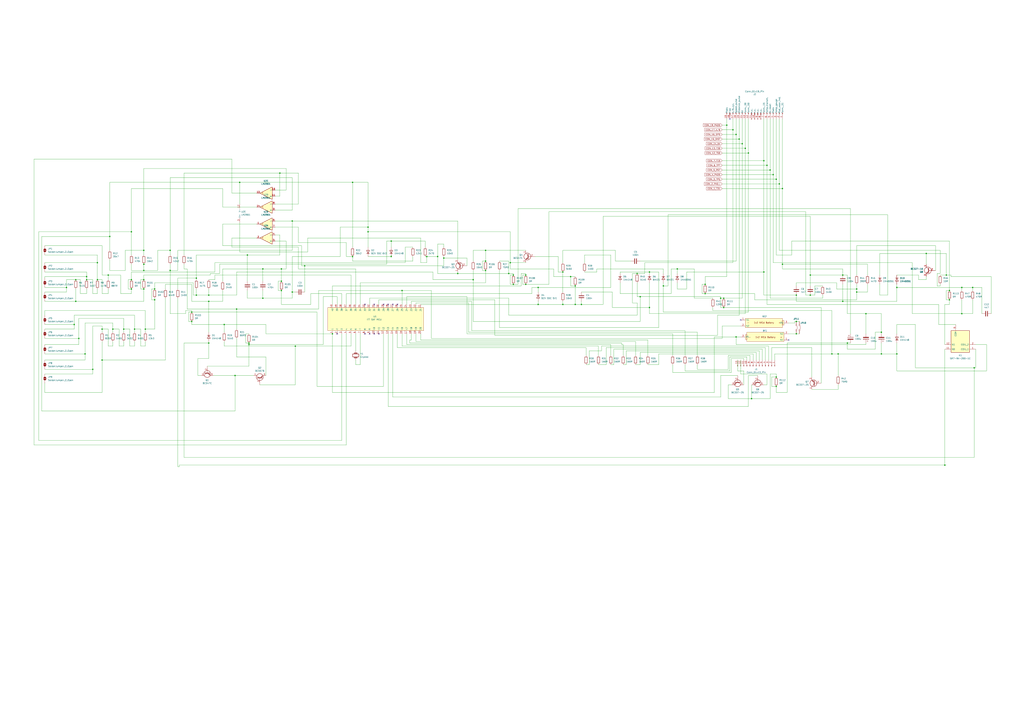
<source format=kicad_sch>
(kicad_sch (version 20231120) (generator "eeschema") (generator_version "8.0")
  (paper "A1")
  (lib_symbols
    (symbol "Comparator:LM2901" (pin_names (offset 0.127))
      (property "Reference" "U" (at 0 5.08 0))
      (property "Value" "LM2901" (at 0 -5.08 0))
      (symbol "LM2901_1_1"
        (pin open_collector line (at 7.62 0 180) (length 2.54) (name "~") (number "2"))
        (pin input line (at -7.62 -2.54 0) (length 2.54) (name "-") (number "4"))
        (pin input line (at -7.62 2.54 0) (length 2.54) (name "+") (number "5"))
      )
      (symbol "LM2901_2_1"
        (pin open_collector line (at 7.62 0 180) (length 2.54) (name "~") (number "1"))
        (pin input line (at -7.62 -2.54 0) (length 2.54) (name "-") (number "6"))
        (pin input line (at -7.62 2.54 0) (length 2.54) (name "+") (number "7"))
      )
      (symbol "LM2901_3_1"
        (pin input line (at -7.62 -2.54 0) (length 2.54) (name "-") (number "10"))
        (pin input line (at -7.62 2.54 0) (length 2.54) (name "+") (number "11"))
        (pin open_collector line (at 7.62 0 180) (length 2.54) (name "~") (number "13"))
      )
      (symbol "LM2901_4_1"
        (pin open_collector line (at 7.62 0 180) (length 2.54) (name "~") (number "14"))
        (pin input line (at -7.62 -2.54 0) (length 2.54) (name "-") (number "8"))
        (pin input line (at -7.62 2.54 0) (length 2.54) (name "+") (number "9"))
      )
      (symbol "LM2901_5_1"
        (pin power_in line (at -2.54 -7.62 90) (length 3.81) (name "V-") (number "12"))
        (pin power_in line (at -2.54 7.62 270) (length 3.81) (name "V+") (number "3"))
      )
    )
    (symbol "Connector:Conn_01x13_Pin" (pin_names (offset 1.016) hide)
      (property "Reference" "J1" (at -2.54 0 90))
      (property "Value" "Conn_01x13_Pin" (at -5.08 0 90))
      (symbol "Conn_01x13_Pin_1_1"
        (pin passive line (at 5.08 15.24 180) (length 3.81) (name "GND_BULB") (number "1"))
        (pin passive line (at 5.08 -7.62 180) (length 3.81) (name "LED_G2") (number "10"))
        (pin passive line (at 5.08 -10.16 180) (length 3.81) (name "LED_G1") (number "11"))
        (pin passive line (at 5.08 -12.7 180) (length 3.81) (name "BULB_INSPECTION") (number "12"))
        (pin passive line (at 5.08 -15.24 180) (length 3.81) (name "BULB_OILSERVICE") (number "13"))
        (pin passive line (at 5.08 12.7 180) (length 3.81) (name "GND_LED") (number "2"))
        (pin passive line (at 5.08 10.16 180) (length 3.81) (name "LED_R3") (number "3"))
        (pin passive line (at 5.08 7.62 180) (length 3.81) (name "LED_R2") (number "4"))
        (pin passive line (at 5.08 5.08 180) (length 3.81) (name "LED_R1") (number "5"))
        (pin passive line (at 5.08 2.54 180) (length 3.81) (name "LED_Y") (number "6"))
        (pin passive line (at 5.08 0 180) (length 3.81) (name "LED_G5") (number "7"))
        (pin passive line (at 5.08 -2.54 180) (length 3.81) (name "LED_G4") (number "8"))
        (pin passive line (at 5.08 -5.08 180) (length 3.81) (name "LED_G3") (number "9"))
      )
    )
    (symbol "Connector:Conn_01x19_Pin" (pin_names (offset 1.016))
      (property "Reference" "J2" (at -15.24 0 90))
      (property "Value" "Conn_01x19_Pin" (at -17.526 0 90))
      (symbol "Conn_01x19_Pin_1_1"
        (pin power_in line (at 5.08 22.86 180) (length 3.81) (name "Term._31") (number "1"))
        (pin no_connect non_logic (at 5.08 0 180) (length 3.81) (name "n.c.") (number "10"))
        (pin no_connect non_logic (at 5.08 -2.54 180) (length 3.81) (name "n.c.") (number "11"))
        (pin power_in line (at 5.08 -5.08 180) (length 3.81) (name "Term._50") (number "12"))
        (pin power_in line (at 5.08 -7.62 180) (length 3.81) (name "Term._30") (number "13"))
        (pin power_in line (at 5.08 -10.16 180) (length 3.81) (name "5V") (number "14"))
        (pin input line (at 5.08 -12.7 180) (length 3.81) (name "Distance_pulse") (number "15"))
        (pin input line (at 5.08 -15.24 180) (length 3.81) (name "Speed_pulse") (number "16"))
        (pin input line (at 5.08 -17.78 180) (length 3.81) (name "4/6_cyl.") (number "17"))
        (pin passive non_logic (at 5.08 -20.32 180) (length 3.81) (name "Free") (number "18"))
        (pin passive line (at 5.08 -22.86 180) (length 3.81) (name "Pads") (number "19"))
        (pin output line (at 5.08 20.32 180) (length 3.81) (name "Pad_wear_ind.") (number "2"))
        (pin output line (at 5.08 17.78 180) (length 3.81) (name "Temp_gauge") (number "3"))
        (pin passive line (at 5.08 15.24 180) (length 3.81) (name "Pads") (number "4"))
        (pin input line (at 5.08 12.7 180) (length 3.81) (name "SI_reset") (number "5"))
        (pin input line (at 5.08 10.16 180) (length 3.81) (name "Temp_transm.") (number "6"))
        (pin power_in line (at 5.08 7.62 180) (length 3.81) (name "Term._15") (number "7"))
        (pin no_connect non_logic (at 5.08 5.08 180) (length 3.81) (name "n.c.") (number "8"))
        (pin no_connect non_logic (at 5.08 2.54 180) (length 3.81) (name "n.c.") (number "9"))
      )
    )
    (symbol "Device:C" (pin_numbers hide) (pin_names (offset 0.254))
      (property "Reference" "C" (at 0.635 2.54 0))
      (property "Value" "C" (at 0.635 -2.54 0))
      (symbol "C_1_1"
        (pin passive line (at 0 3.81 270) (length 2.794) (name "~") (number "1"))
        (pin passive line (at 0 -3.81 90) (length 2.794) (name "~") (number "2"))
      )
    )
    (symbol "Device:C_Polarized" (pin_numbers hide) (pin_names (offset 0.254))
      (property "Reference" "C" (at 0.635 2.54 0))
      (property "Value" "C_Polarized" (at 0.635 -2.54 0))
      (symbol "C_Polarized_1_1"
        (pin passive line (at 0 3.81 270) (length 2.794) (name "~") (number "1"))
        (pin passive line (at 0 -3.81 90) (length 2.794) (name "~") (number "2"))
      )
    )
    (symbol "Device:Crystal" (pin_numbers hide) (pin_names (offset 1.016) hide)
      (property "Reference" "Y" (at 0 3.81 0))
      (property "Value" "Crystal" (at 0 -3.81 0))
      (symbol "Crystal_1_1"
        (pin passive line (at -3.81 0 0) (length 1.27) (name "1") (number "1"))
        (pin passive line (at 3.81 0 180) (length 1.27) (name "2") (number "2"))
      )
    )
    (symbol "Device:D" (pin_numbers hide) (pin_names (offset 1.016) hide)
      (property "Reference" "D" (at 0 2.54 0))
      (property "Value" "D" (at 0 -2.54 0))
      (symbol "D_1_1"
        (pin passive line (at -3.81 0 0) (length 2.54) (name "K") (number "1"))
        (pin passive line (at 3.81 0 180) (length 2.54) (name "A") (number "2"))
      )
    )
    (symbol "Device:R" (pin_numbers hide) (pin_names (offset 0))
      (property "Reference" "R" (at 2.032 0 90))
      (property "Value" "R" (at 0 0 90))
      (symbol "R_1_1"
        (pin passive line (at 0 3.81 270) (length 1.27) (name "~") (number "1"))
        (pin passive line (at 0 -3.81 90) (length 1.27) (name "~") (number "2"))
      )
    )
    (symbol "Diode:1N4005" (pin_numbers hide) (pin_names hide)
      (property "Reference" "D" (at 0 2.54 0))
      (property "Value" "1N4005" (at 0 -2.54 0))
      (symbol "1N4005_1_1"
        (pin passive line (at -3.81 0 0) (length 2.54) (name "K") (number "1"))
        (pin passive line (at 3.81 0 180) (length 2.54) (name "A") (number "2"))
      )
    )
    (symbol "Diode:1N4148" (pin_numbers hide) (pin_names hide)
      (property "Reference" "D" (at 0 2.54 0))
      (property "Value" "1N4148" (at 0 -2.54 0))
      (symbol "1N4148_1_1"
        (pin passive line (at -3.81 0 0) (length 2.54) (name "K") (number "1"))
        (pin passive line (at 3.81 0 180) (length 2.54) (name "A") (number "2"))
      )
    )
    (symbol "Diode:BAV21" (pin_numbers hide) (pin_names hide)
      (property "Reference" "D" (at 0 2.54 0))
      (property "Value" "BAV21" (at 0 -2.54 0))
      (symbol "BAV21_1_1"
        (pin passive line (at -3.81 0 0) (length 2.54) (name "K") (number "1"))
        (pin passive line (at 3.81 0 180) (length 2.54) (name "A") (number "2"))
      )
    )
    (symbol "Jumper:Jumper_2_Bridged" (pin_numbers hide) (pin_names (offset 0) hide) (exclude_from_sim yes)
      (property "Reference" "JP" (at 0 1.905 0))
      (property "Value" "Jumper_2_Bridged" (at 0 -2.54 0))
      (symbol "Jumper_2_Bridged_1_1"
        (pin passive line (at -5.08 0 0) (length 2.54) (name "A") (number "1"))
        (pin passive line (at 5.08 0 180) (length 2.54) (name "B") (number "2"))
      )
    )
    (symbol "Jumper:SolderJumper_2_Open" (pin_numbers hide) (pin_names (offset 0) hide) (exclude_from_sim yes) (in_bom no)
      (property "Reference" "JP" (at 0 2.032 0))
      (property "Value" "SolderJumper_2_Open" (at 0 -2.54 0))
      (symbol "SolderJumper_2_Open_1_1"
        (pin passive line (at -3.81 0 0) (length 2.54) (name "A") (number "1"))
        (pin passive line (at 3.81 0 180) (length 2.54) (name "B") (number "2"))
      )
    )
    (symbol "My_custom_symbols:1.2V_NiCd_AA"
      (property "Reference" "BT" (at -0.254 2.794 0))
      (symbol "1.2V_NiCd_AA_1_1"
        (text "-    1v2 NiCd Battery    +" (at 0 -3.556 0) (effects (font (size 1.27 1.27))))
        (pin passive line (at -19.05 -1.27 0) (length 3.81) (name "N1") (number "1"))
        (pin passive line (at -19.05 -6.35 0) (length 3.81) (name "N2") (number "2"))
        (pin passive line (at 20.32 -3.81 180) (length 3.81) (name "P1") (number "3"))
      )
    )
    (symbol "My_custom_symbols:ITT_SAF_MCU"
      (property "Reference" "U1" (at 0.762 -18.796 0))
      (property "Value" "ITT SAF MCU" (at 4.826 -21.336 0))
      (symbol "ITT_SAF_MCU_1_1"
        (pin input line (at -35.56 -33.02 90) (length 2.54) (name "1") (number "1"))
        (pin no_connect line (at -1.27 -33.02 90) (length 2.54) (name "10") (number "10"))
        (pin no_connect line (at 2.54 -33.02 90) (length 2.54) (name "11") (number "11"))
        (pin input line (at 6.35 -33.02 90) (length 2.54) (name "12") (number "12"))
        (pin output line (at 10.16 -33.02 90) (length 2.54) (name "13") (number "13"))
        (pin output line (at 13.97 -33.02 90) (length 2.54) (name "14") (number "14"))
        (pin output line (at 17.78 -33.02 90) (length 2.54) (name "15") (number "15"))
        (pin output line (at 21.59 -33.02 90) (length 2.54) (name "16") (number "16"))
        (pin output line (at 25.4 -33.02 90) (length 2.54) (name "17") (number "17"))
        (pin output line (at 29.21 -33.02 90) (length 2.54) (name "18") (number "18"))
        (pin output line (at 33.02 -33.02 90) (length 2.54) (name "19") (number "19"))
        (pin no_connect line (at -31.75 -33.02 90) (length 2.54) (name "2") (number "2"))
        (pin output line (at 36.83 -33.02 90) (length 2.54) (name "20") (number "20"))
        (pin input line (at 36.83 -8.89 270) (length 2.54) (name "21") (number "21"))
        (pin output line (at 33.02 -8.89 270) (length 2.54) (name "22") (number "22"))
        (pin output line (at 29.21 -8.89 270) (length 2.54) (name "23") (number "23"))
        (pin output line (at 25.4 -8.89 270) (length 2.54) (name "24") (number "24"))
        (pin input line (at 21.59 -8.89 270) (length 2.54) (name "25") (number "25"))
        (pin no_connect line (at 17.78 -8.89 270) (length 2.54) (name "26") (number "26"))
        (pin no_connect line (at 13.97 -8.89 270) (length 2.54) (name "27") (number "27"))
        (pin no_connect line (at 10.16 -8.89 270) (length 2.54) (name "28") (number "28"))
        (pin no_connect line (at 6.5217 -8.9085 270) (length 2.54) (name "29") (number "29"))
        (pin input line (at -27.94 -33.02 90) (length 2.54) (name "3") (number "3"))
        (pin input line (at 2.54 -8.89 270) (length 2.54) (name "30") (number "30"))
        (pin no_connect line (at -1.27 -8.89 270) (length 2.54) (name "31") (number "31"))
        (pin input line (at -5.08 -8.89 270) (length 2.54) (name "32") (number "32"))
        (pin no_connect line (at -8.89 -8.89 270) (length 2.54) (name "33") (number "33"))
        (pin input line (at -12.7 -8.89 270) (length 2.54) (name "34") (number "34"))
        (pin input line (at -16.51 -8.89 270) (length 2.54) (name "35") (number "35"))
        (pin input line (at -20.32 -8.89 270) (length 2.54) (name "36") (number "36"))
        (pin input line (at -24.13 -8.89 270) (length 2.54) (name "37") (number "37"))
        (pin input line (at -27.94 -8.89 270) (length 2.54) (name "38") (number "38"))
        (pin input line (at -31.75 -8.89 270) (length 2.54) (name "39") (number "39"))
        (pin input line (at -24.13 -33.02 90) (length 2.54) (name "4") (number "4"))
        (pin input line (at -35.56 -8.89 270) (length 2.54) (name "40") (number "40"))
        (pin input line (at -20.32 -33.02 90) (length 2.54) (name "5") (number "5"))
        (pin input line (at -16.51 -33.02 90) (length 2.54) (name "6") (number "6"))
        (pin input line (at -12.7 -33.02 90) (length 2.54) (name "7") (number "7"))
        (pin no_connect line (at -8.89 -33.02 90) (length 2.54) (name "8") (number "8"))
        (pin no_connect line (at -5.08 -33.02 90) (length 2.54) (name "9") (number "9"))
      )
    )
    (symbol "My_custom_symbols:SR7-9V-200-1C"
      (property "Reference" "K" (at 24.638 -3.048 0))
      (property "Value" "SR7-9V-200-1C" (at 24.384 -5.588 0))
      (symbol "SR7-9V-200-1C_1_1"
        (pin passive line (at 7.62 -12.7 90) (length 5.08) (name "COIL_1") (number "1"))
        (pin passive line (at 7.62 12.7 270) (length 5.08) (name "N0") (number "11"))
        (pin passive line (at 11.43 12.7 270) (length 5.08) (name "N1") (number "12"))
        (pin passive line (at 11.43 -12.7 90) (length 5.08) (name "COIL_2") (number "2"))
        (pin passive line (at 27.94 3.81 180) (length 5.08) (name "COM") (number "6"))
      )
    )
    (symbol "Transistor_BJT:BC327" (pin_names (offset 0) hide)
      (property "Reference" "Q" (at 5.08 1.905 0))
      (property "Value" "BC327" (at 5.08 0 0))
      (symbol "BC327_1_1"
        (pin passive line (at 2.54 5.08 270) (length 2.54) (name "C") (number "1"))
        (pin input line (at -5.08 0 0) (length 5.715) (name "B") (number "2"))
        (pin passive line (at 2.54 -5.08 90) (length 2.54) (name "E") (number "3"))
      )
    )
    (symbol "Transistor_BJT:BC337" (pin_names (offset 0) hide)
      (property "Reference" "Q" (at 5.08 1.905 0))
      (property "Value" "BC337" (at 5.08 0 0))
      (symbol "BC337_1_1"
        (pin passive line (at 2.54 5.08 270) (length 2.54) (name "C") (number "1"))
        (pin input line (at -5.08 0 0) (length 5.08) (name "B") (number "2"))
        (pin passive line (at 2.54 -5.08 90) (length 2.54) (name "E") (number "3"))
      )
    )
    (symbol "Transistor_BJT:BC547" (pin_names (offset 0) hide)
      (property "Reference" "Q" (at 5.08 1.905 0))
      (property "Value" "BC547" (at 5.08 0 0))
      (symbol "BC547_1_1"
        (pin passive line (at 2.54 5.08 270) (length 2.54) (name "C") (number "1"))
        (pin input line (at -5.08 0 0) (length 5.08) (name "B") (number "2"))
        (pin passive line (at 2.54 -5.08 90) (length 2.54) (name "E") (number "3"))
      )
    )
    (symbol "Transistor_BJT:BC557" (pin_names (offset 0) hide)
      (property "Reference" "Q" (at 5.08 1.905 0))
      (property "Value" "BC557" (at 5.08 0 0))
      (symbol "BC557_1_1"
        (pin passive line (at 2.54 5.08 270) (length 2.54) (name "C") (number "1"))
        (pin input line (at -5.08 0 0) (length 5.715) (name "B") (number "2"))
        (pin passive line (at 2.54 -5.08 90) (length 2.54) (name "E") (number "3"))
      )
    )
  )
  (junction (at 544.83 234.95))
  (junction (at 789.94 257.81))
  (junction (at 71.12 227.33))
  (junction (at 665.48 226.06))
  (junction (at 289.56 149.86))
  (junction (at 83.82 270.51))
  (junction (at 468.63 227.33))
  (junction (at 601.98 106.68))
  (junction (at 69.85 290.83))
  (junction (at 695.96 281.94))
  (junction (at 642.62 154.94))
  (junction (at 441.96 250.19))
  (junction (at 779.78 246.38))
  (junction (at 777.24 226.06))
  (junction (at 398.78 214.63))
  (junction (at 289.56 210.82))
  (junction (at 240.03 181.61))
  (junction (at 62.23 247.65))
  (junction (at 596.9 102.87))
  (junction (at 204.47 283.21))
  (junction (at 607.06 114.3))
  (junction (at 789.94 236.22))
  (junction (at 637.54 309.88))
  (junction (at 594.36 252.73))
  (junction (at 375.92 224.79))
  (junction (at 231.14 220.98))
  (junction (at 171.45 247.65))
  (junction (at 240.03 240.03))
  (junction (at 637.54 147.32))
  (junction (at 579.12 241.3))
  (junction (at 139.7 205.74))
  (junction (at 462.28 250.19))
  (junction (at 80.01 229.87))
  (junction (at 107.95 190.5))
  (junction (at 350.52 210.82))
  (junction (at 775.97 382.27))
  (junction (at 703.58 237.49))
  (junction (at 398.78 222.25))
  (junction (at 703.58 240.03))
  (junction (at 364.49 212.09))
  (junction (at 302.26 186.69))
  (junction (at 60.96 266.7))
  (junction (at 110.49 270.51))
  (junction (at 665.48 242.57))
  (junction (at 617.22 327.66))
  (junction (at 194.31 254))
  (junction (at 157.48 256.54))
  (junction (at 417.83 224.79))
  (junction (at 127 237.49))
  (junction (at 231.14 231.14))
  (junction (at 800.1 302.26))
  (junction (at 118.11 229.87))
  (junction (at 591.82 245.11))
  (junction (at 523.24 224.79))
  (junction (at 80.01 215.9))
  (junction (at 632.46 139.7))
  (junction (at 139.7 222.25))
  (junction (at 627.38 223.52))
  (junction (at 398.78 205.74))
  (junction (at 118.11 205.74))
  (junction (at 594.36 245.11))
  (junction (at 330.2 238.76))
  (junction (at 101.6 270.51))
  (junction (at 107.95 229.87))
  (junction (at 419.1 215.9))
  (junction (at 556.26 220.98))
  (junction (at 161.29 228.6))
  (junction (at 388.62 229.87))
  (junction (at 171.45 242.57))
  (junction (at 472.44 234.95))
  (junction (at 472.44 250.19))
  (junction (at 229.87 142.24))
  (junction (at 71.12 229.87))
  (junction (at 627.38 132.08))
  (junction (at 92.71 270.51))
  (junction (at 629.92 135.89))
  (junction (at 692.15 247.65))
  (junction (at 64.77 278.13))
  (junction (at 533.4 252.73))
  (junction (at 462.28 223.52))
  (junction (at 107.95 237.49))
  (junction (at 118.11 217.17))
  (junction (at 723.9 273.05))
  (junction (at 654.05 274.32))
  (junction (at 637.54 317.5))
  (junction (at 250.19 218.44))
  (junction (at 83.82 295.91))
  (junction (at 779.78 238.76))
  (junction (at 760.73 208.28))
  (junction (at 635 143.51))
  (junction (at 431.8 233.68))
  (junction (at 215.9 220.98))
  (junction (at 321.31 198.12))
  (junction (at 654.05 264.16))
  (junction (at 119.38 270.51))
  (junction (at 203.2 209.55))
  (junction (at 161.29 242.57))
  (junction (at 736.6 290.83))
  (junction (at 171.45 281.94))
  (junction (at 127 246.38))
  (junction (at 441.96 236.22))
  (junction (at 193.04 308.61))
  (junction (at 204.47 281.94))
  (junction (at 579.12 233.68))
  (junction (at 612.14 121.92))
  (junction (at 736.6 236.22))
  (junction (at 604.52 276.86))
  (junction (at 118.11 237.49))
  (junction (at 88.9 226.06))
  (junction (at 692.15 226.06))
  (junction (at 431.8 226.06))
  (junction (at 421.64 226.06))
  (junction (at 477.52 250.19))
  (junction (at 76.2 303.53))
  (junction (at 157.48 264.16))
  (junction (at 533.4 223.52))
  (junction (at 231.14 238.76))
  (junction (at 688.34 290.83))
  (junction (at 683.26 290.83))
  (junction (at 62.23 229.87))
  (junction (at 118.11 222.25))
  (junction (at 359.41 210.82))
  (junction (at 604.52 110.49))
  (junction (at 642.62 217.17))
  (junction (at 184.15 266.7))
  (junction (at 723.9 290.83))
  (junction (at 654.05 242.57))
  (junction (at 215.9 245.11))
  (junction (at 242.57 284.48))
  (junction (at 711.2 257.81))
  (junction (at 54.61 236.22))
  (junction (at 798.83 236.22))
  (junction (at 321.31 210.82))
  (junction (at 609.6 118.11))
  (junction (at 614.68 125.73))
  (junction (at 525.78 243.84))
  (junction (at 90.17 194.31))
  (junction (at 640.08 151.13))
  (junction (at 302.26 190.5))
  (junction (at 273.05 274.32))
  (junction (at 421.64 233.68))
  (junction (at 196.85 149.86))
  (no_connect (at 307.34 274.32))
  (no_connect (at 318.77 250.19))
  (no_connect (at 647.7 279.4))
  (no_connect (at 299.72 250.19))
  (no_connect (at 322.58 250.19))
  (no_connect (at 311.15 274.32))
  (no_connect (at 326.39 250.19))
  (no_connect (at 299.72 274.32))
  (no_connect (at 307.34 250.19))
  (no_connect (at 608.33 262.89))
  (no_connect (at 314.96 250.19))
  (no_connect (at 276.86 274.32))
  (no_connect (at 599.44 97.79))
  (no_connect (at 303.53 274.32))
  (wire (pts (xy 345.44 250.19) (xy 441.96 250.19)))
  (wire (pts (xy 529.59 215.9) (xy 529.59 224.79)))
  (wire (pts (xy 387.35 247.65) (xy 387.35 271.78)))
  (wire (pts (xy 604.52 276.86) (xy 604.52 283.21)))
  (wire (pts (xy 570.23 220.98) (xy 570.23 245.11)))
  (wire (pts (xy 417.83 245.11) (xy 417.83 259.08)))
  (wire (pts (xy 330.2 274.32) (xy 330.2 284.48)))
  (wire (pts (xy 502.92 240.03) (xy 502.92 252.73)))
  (wire (pts (xy 388.62 229.87) (xy 388.62 264.16)))
  (wire (pts (xy 801.37 287.02) (xy 801.37 302.26)))
  (wire (pts (xy 593.09 125.73) (xy 614.68 125.73)))
  (wire (pts (xy 510.54 281.94) (xy 510.54 283.21)))
  (wire (pts (xy 533.4 223.52) (xy 509.27 223.52)))
  (wire (pts (xy 637.54 309.88) (xy 633.73 309.88)))
  (wire (pts (xy 139.7 222.25) (xy 139.7 217.17)))
  (wire (pts (xy 519.43 224.79) (xy 519.43 248.92)))
  (wire (pts (xy 472.44 234.95) (xy 472.44 250.19)))
  (wire (pts (xy 250.19 240.03) (xy 250.19 218.44)))
  (wire (pts (xy 36.83 227.33) (xy 36.83 228.6)))
  (wire (pts (xy 210.82 158.75) (xy 190.5 158.75)))
  (wire (pts (xy 303.53 250.19) (xy 303.53 245.11)))
  (wire (pts (xy 533.4 223.52) (xy 533.4 224.79)))
  (wire (pts (xy 406.4 275.59) (xy 589.28 275.59)))
  (wire (pts (xy 388.62 264.16) (xy 525.78 264.16)))
  (wire (pts (xy 240.03 181.61) (xy 240.03 205.74)))
  (wire (pts (xy 576.58 233.68) (xy 576.58 241.3)))
  (wire (pts (xy 480.06 215.9) (xy 480.06 209.55)))
  (wire (pts (xy 60.96 259.08) (xy 60.96 266.7)))
  (wire (pts (xy 119.38 280.67) (xy 119.38 284.48)))
  (wire (pts (xy 54.61 236.22) (xy 54.61 240.03)))
  (wire (pts (xy 204.47 274.32) (xy 201.93 274.32)))
  (wire (pts (xy 736.6 290.83) (xy 736.6 281.94)))
  (wire (pts (xy 273.05 250.19) (xy 273.05 234.95)))
  (wire (pts (xy 618.49 290.83) (xy 618.49 295.91)))
  (wire (pts (xy 193.04 308.61) (xy 208.28 308.61)))
  (wire (pts (xy 176.53 223.52) (xy 176.53 215.9)))
  (wire (pts (xy 610.87 316.23) (xy 610.87 304.8)))
  (wire (pts (xy 240.03 205.74) (xy 146.05 205.74)))
  (wire (pts (xy 172.72 224.79) (xy 180.34 224.79)))
  (wire (pts (xy 666.75 320.04) (xy 688.34 320.04)))
  (wire (pts (xy 158.75 242.57) (xy 161.29 242.57)))
  (wire (pts (xy 600.71 306.07) (xy 600.71 294.64)))
  (wire (pts (xy 617.22 316.23) (xy 617.22 327.66)))
  (wire (pts (xy 586.74 322.58) (xy 273.05 322.58)))
  (wire (pts (xy 36.83 201.93) (xy 83.82 201.93)))
  (wire (pts (xy 54.61 229.87) (xy 54.61 236.22)))
  (wire (pts (xy 118.11 205.74) (xy 118.11 209.55)))
  (wire (pts (xy 712.47 217.17) (xy 642.62 217.17)))
  (wire (pts (xy 688.34 290.83) (xy 683.26 290.83)))
  (wire (pts (xy 628.65 295.91) (xy 628.65 285.75)))
  (wire (pts (xy 760.73 208.28) (xy 722.63 208.28)))
  (wire (pts (xy 218.44 308.61) (xy 218.44 293.37)))
  (wire (pts (xy 635 215.9) (xy 749.3 215.9)))
  (wire (pts (xy 523.24 243.84) (xy 525.78 243.84)))
  (wire (pts (xy 242.57 240.03) (xy 240.03 240.03)))
  (wire (pts (xy 76.2 241.3) (xy 80.01 241.3)))
  (wire (pts (xy 548.64 176.53) (xy 728.98 176.53)))
  (wire (pts (xy 398.78 214.63) (xy 396.24 214.63)))
  (wire (pts (xy 462.28 205.74) (xy 462.28 215.9)))
  (wire (pts (xy 529.59 215.9) (xy 601.98 215.9)))
  (wire (pts (xy 215.9 220.98) (xy 182.88 220.98)))
  (wire (pts (xy 801.37 283.21) (xy 810.26 283.21)))
  (wire (pts (xy 383.54 218.44) (xy 383.54 212.09)))
  (wire (pts (xy 598.17 327.66) (xy 617.22 327.66)))
  (wire (pts (xy 723.9 290.83) (xy 688.34 290.83)))
  (wire (pts (xy 674.37 252.73) (xy 674.37 314.96)))
  (wire (pts (xy 218.44 266.7) (xy 184.15 266.7)))
  (wire (pts (xy 284.48 210.82) (xy 289.56 210.82)))
  (wire (pts (xy 675.64 245.11) (xy 632.46 245.11)))
  (wire (pts (xy 398.78 205.74) (xy 398.78 214.63)))
  (wire (pts (xy 341.63 248.92) (xy 384.81 248.92)))
  (wire (pts (xy 240.03 146.05) (xy 240.03 172.72)))
  (wire (pts (xy 175.26 308.61) (xy 193.04 308.61)))
  (wire (pts (xy 441.96 236.22) (xy 441.96 240.03)))
  (wire (pts (xy 152.4 257.81) (xy 152.4 255.27)))
  (wire (pts (xy 772.16 234.95) (xy 772.16 233.68)))
  (wire (pts (xy 722.63 242.57) (xy 728.98 242.57)))
  (wire (pts (xy 76.2 229.87) (xy 76.2 241.3)))
  (wire (pts (xy 80.01 237.49) (xy 80.01 241.3)))
  (wire (pts (xy 687.07 237.49) (xy 703.58 237.49)))
  (wire (pts (xy 632.46 327.66) (xy 632.46 307.34)))
  (wire (pts (xy 119.38 284.48) (xy 115.57 284.48)))
  (wire (pts (xy 218.44 274.32) (xy 218.44 266.7)))
  (wire (pts (xy 289.56 149.86) (xy 302.26 149.86)))
  (wire (pts (xy 596.9 97.79) (xy 596.9 102.87)))
  (wire (pts (xy 330.2 284.48) (xy 491.49 284.48)))
  (wire (pts (xy 768.35 201.93) (xy 703.58 201.93)))
  (wire (pts (xy 627.38 242.57) (xy 627.38 223.52)))
  (wire (pts (xy 71.12 241.3) (xy 71.12 237.49)))
  (wire (pts (xy 127 232.41) (xy 158.75 232.41)))
  (wire (pts (xy 83.82 270.51) (xy 88.9 270.51)))
  (wire (pts (xy 80.01 229.87) (xy 80.01 215.9)))
  (wire (pts (xy 533.4 232.41) (xy 533.4 252.73)))
  (wire (pts (xy 594.36 252.73) (xy 674.37 252.73)))
  (wire (pts (xy 176.53 229.87) (xy 171.45 229.87)))
  (wire (pts (xy 83.82 267.97) (xy 76.2 267.97)))
  (wire (pts (xy 504.19 287.02) (xy 626.11 287.02)))
  (wire (pts (xy 337.82 247.65) (xy 387.35 247.65)))
  (wire (pts (xy 215.9 238.76) (xy 215.9 245.11)))
  (wire (pts (xy 688.34 290.83) (xy 688.34 308.61)))
  (wire (pts (xy 76.2 267.97) (xy 76.2 303.53)))
  (wire (pts (xy 240.03 245.11) (xy 215.9 245.11)))
  (wire (pts (xy 317.5 198.12) (xy 321.31 198.12)))
  (wire (pts (xy 683.26 290.83) (xy 636.27 290.83)))
  (wire (pts (xy 629.92 250.19) (xy 770.89 250.19)))
  (wire (pts (xy 350.52 215.9) (xy 345.44 215.9)))
  (wire (pts (xy 525.78 264.16) (xy 525.78 243.84)))
  (wire (pts (xy 789.94 257.81) (xy 798.83 257.81)))
  (wire (pts (xy 204.47 283.21) (xy 204.47 281.94)))
  (wire (pts (xy 406.4 246.38) (xy 406.4 275.59)))
  (wire (pts (xy 419.1 233.68) (xy 421.64 233.68)))
  (wire (pts (xy 194.31 223.52) (xy 355.6 223.52)))
  (wire (pts (xy 115.57 270.51) (xy 110.49 270.51)))
  (wire (pts (xy 252.73 195.58) (xy 252.73 207.01)))
  (wire (pts (xy 322.58 326.39) (xy 322.58 274.32)))
  (wire (pts (xy 736.6 266.7) (xy 751.84 266.7)))
  (wire (pts (xy 157.48 255.27) (xy 157.48 256.54)))
  (wire (pts (xy 441.96 250.19) (xy 441.96 247.65)))
  (wire (pts (xy 152.4 255.27) (xy 157.48 255.27)))
  (wire (pts (xy 723.9 273.05) (xy 718.82 273.05)))
  (wire (pts (xy 436.88 241.3) (xy 436.88 236.22)))
  (wire (pts (xy 107.95 229.87) (xy 107.95 223.52)))
  (wire (pts (xy 321.31 209.55) (xy 321.31 210.82)))
  (wire (pts (xy 302.26 190.5) (xy 419.1 190.5)))
  (wire (pts (xy 652.78 265.43) (xy 652.78 264.16)))
  (wire (pts (xy 800.1 302.26) (xy 801.37 302.26)))
  (wire (pts (xy 92.71 265.43) (xy 69.85 265.43)))
  (wire (pts (xy 60.96 266.7) (xy 60.96 270.51)))
  (wire (pts (xy 364.49 210.82) (xy 364.49 212.09)))
  (wire (pts (xy 552.45 274.32) (xy 383.54 274.32)))
  (wire (pts (xy 779.78 238.76) (xy 777.24 238.76)))
  (wire (pts (xy 171.45 280.67) (xy 171.45 281.94)))
  (wire (pts (xy 161.29 209.55) (xy 161.29 228.6)))
  (wire (pts (xy 777.24 246.38) (xy 779.78 246.38)))
  (wire (pts (xy 154.94 256.54) (xy 154.94 264.16)))
  (wire (pts (xy 110.49 273.05) (xy 110.49 270.51)))
  (wire (pts (xy 736.6 236.22) (xy 736.6 233.68)))
  (wire (pts (xy 242.57 316.23) (xy 213.36 316.23)))
  (wire (pts (xy 621.03 295.91) (xy 621.03 289.56)))
  (wire (pts (xy 102.87 222.25) (xy 102.87 205.74)))
  (wire (pts (xy 627.38 132.08) (xy 627.38 223.52)))
  (wire (pts (xy 627.38 97.79) (xy 627.38 132.08)))
  (wire (pts (xy 711.2 257.81) (xy 723.9 257.81)))
  (wire (pts (xy 284.48 199.39) (xy 284.48 210.82)))
  (wire (pts (xy 505.46 205.74) (xy 462.28 205.74)))
  (wire (pts (xy 66.04 229.87) (xy 66.04 241.3)))
  (wire (pts (xy 341.63 250.19) (xy 341.63 248.92)))
  (wire (pts (xy 711.2 257.81) (xy 695.96 257.81)))
  (wire (pts (xy 711.2 274.32) (xy 711.2 257.81)))
  (wire (pts (xy 245.11 203.2) (xy 190.5 203.2)))
  (wire (pts (xy 477.52 240.03) (xy 502.92 240.03)))
  (wire (pts (xy 654.05 247.65) (xy 692.15 247.65)))
  (wire (pts (xy 712.47 240.03) (xy 703.58 240.03)))
  (wire (pts (xy 480.06 209.55) (xy 501.65 209.55)))
  (wire (pts (xy 172.72 224.79) (xy 172.72 226.06)))
  (wire (pts (xy 468.63 227.33) (xy 468.63 234.95)))
  (wire (pts (xy 193.04 308.61) (xy 193.04 337.82)))
  (wire (pts (xy 661.67 242.57) (xy 665.48 242.57)))
  (wire (pts (xy 607.06 114.3) (xy 607.06 97.79)))
  (wire (pts (xy 83.82 295.91) (xy 135.89 295.91)))
  (wire (pts (xy 161.29 237.49) (xy 161.29 242.57)))
  (wire (pts (xy 83.82 322.58) (xy 36.83 322.58)))
  (wire (pts (xy 754.38 226.06) (xy 754.38 229.87)))
  (wire (pts (xy 234.95 138.43) (xy 118.11 138.43)))
  (wire (pts (xy 627.38 316.23) (xy 629.92 316.23)))
  (wire (pts (xy 190.5 195.58) (xy 190.5 203.2)))
  (wire (pts (xy 810.26 304.8) (xy 736.6 304.8)))
  (wire (pts (xy 203.2 209.55) (xy 203.2 231.14)))
  (wire (pts (xy 226.06 161.29) (xy 229.87 161.29)))
  (wire (pts (xy 450.85 173.99) (xy 661.67 173.99)))
  (wire (pts (xy 71.12 223.52) (xy 71.12 227.33)))
  (wire (pts (xy 147.32 382.27) (xy 147.32 383.54)))
  (wire (pts (xy 115.57 229.87) (xy 115.57 237.49)))
  (wire (pts (xy 541.02 290.83) (xy 618.49 290.83)))
  (wire (pts (xy 612.14 97.79) (xy 612.14 121.92)))
  (wire (pts (xy 330.2 238.76) (xy 330.2 250.19)))
  (wire (pts (xy 295.91 232.41) (xy 398.78 232.41)))
  (wire (pts (xy 231.14 250.19) (xy 231.14 238.76)))
  (wire (pts (xy 532.13 279.4) (xy 532.13 292.1)))
  (wire (pts (xy 359.41 210.82) (xy 359.41 200.66)))
  (wire (pts (xy 284.48 250.19) (xy 284.48 241.3)))
  (wire (pts (xy 570.23 245.11) (xy 585.47 245.11)))
  (wire (pts (xy 231.14 231.14) (xy 228.6 231.14)))
  (wire (pts (xy 110.49 259.08) (xy 60.96 259.08)))
  (wire (pts (xy 421.64 226.06) (xy 419.1 226.06)))
  (wire (pts (xy 532.13 299.72) (xy 541.02 299.72)))
  (wire (pts (xy 64.77 283.21) (xy 64.77 278.13)))
  (wire (pts (xy 593.09 114.3) (xy 607.06 114.3)))
  (wire (pts (xy 201.93 281.94) (xy 204.47 281.94)))
  (wire (pts (xy 151.13 220.98) (xy 151.13 217.17)))
  (wire (pts (xy 276.86 243.84) (xy 265.43 243.84)))
  (wire (pts (xy 593.09 118.11) (xy 609.6 118.11)))
  (wire (pts (xy 551.18 241.3) (xy 509.27 241.3)))
  (wire (pts (xy 477.52 247.65) (xy 477.52 250.19)))
  (wire (pts (xy 101.6 270.51) (xy 106.68 270.51)))
  (wire (pts (xy 431.8 205.74) (xy 398.78 205.74)))
  (wire (pts (xy 722.63 233.68) (xy 722.63 242.57)))
  (wire (pts (xy 76.2 303.53) (xy 76.2 307.34)))
  (wire (pts (xy 110.49 284.48) (xy 110.49 280.67)))
  (wire (pts (xy 490.22 220.98) (xy 490.22 223.52)))
  (wire (pts (xy 54.61 229.87) (xy 62.23 229.87)))
  (wire (pts (xy 654.05 274.32) (xy 656.59 274.32)))
  (wire (pts (xy 83.82 241.3) (xy 88.9 241.3)))
  (wire (pts (xy 675.64 234.95) (xy 669.29 234.95)))
  (wire (pts (xy 631.19 295.91) (xy 631.19 284.48)))
  (wire (pts (xy 695.96 287.02) (xy 695.96 281.94)))
  (wire (pts (xy 544.83 234.95) (xy 548.64 234.95)))
  (wire (pts (xy 375.92 224.79) (xy 359.41 224.79)))
  (wire (pts (xy 562.61 299.72) (xy 562.61 304.8)))
  (wire (pts (xy 429.26 226.06) (xy 429.26 233.68)))
  (wire (pts (xy 779.78 198.12) (xy 650.24 198.12)))
  (wire (pts (xy 610.87 294.64) (xy 610.87 295.91)))
  (wire (pts (xy 139.7 146.05) (xy 139.7 205.74)))
  (wire (pts (xy 245.11 142.24) (xy 245.11 167.64)))
  (wire (pts (xy 777.24 208.28) (xy 760.73 208.28)))
  (wire (pts (xy 260.35 317.5) (xy 314.96 317.5)))
  (wire (pts (xy 692.15 220.98) (xy 642.62 220.98)))
  (wire (pts (xy 92.71 270.51) (xy 92.71 265.43)))
  (wire (pts (xy 182.88 154.94) (xy 107.95 154.94)))
  (wire (pts (xy 798.83 246.38) (xy 798.83 257.81)))
  (wire (pts (xy 687.07 232.41) (xy 687.07 237.49)))
  (wire (pts (xy 419.1 215.9) (xy 419.1 220.98)))
  (wire (pts (xy 280.67 274.32) (xy 280.67 361.95)))
  (wire (pts (xy 609.6 245.11) (xy 609.6 118.11)))
  (wire (pts (xy 640.08 97.79) (xy 640.08 151.13)))
  (wire (pts (xy 339.09 214.63) (xy 289.56 214.63)))
  (wire (pts (xy 321.31 198.12) (xy 349.25 198.12)))
  (wire (pts (xy 99.06 241.3) (xy 107.95 241.3)))
  (wire (pts (xy 154.94 264.16) (xy 157.48 264.16)))
  (wire (pts (xy 636.27 290.83) (xy 636.27 295.91)))
  (wire (pts (xy 490.22 223.52) (xy 480.06 223.52)))
  (wire (pts (xy 431.8 224.79) (xy 431.8 226.06)))
  (wire (pts (xy 712.47 226.06) (xy 712.47 217.17)))
  (wire (pts (xy 196.85 149.86) (xy 289.56 149.86)))
  (wire (pts (xy 151.13 375.92) (xy 800.1 375.92)))
  (wire (pts (xy 454.66 220.98) (xy 454.66 227.33)))
  (wire (pts (xy 83.82 280.67) (xy 83.82 295.91)))
  (wire (pts (xy 521.97 280.67) (xy 521.97 292.1)))
  (wire (pts (xy 525.78 289.56) (xy 525.78 299.72)))
  (wire (pts (xy 462.28 250.19) (xy 462.28 247.65)))
  (wire (pts (xy 176.53 215.9) (xy 332.74 215.9)))
  (wire (pts (xy 27.94 365.76) (xy 284.48 365.76)))
  (wire (pts (xy 523.24 224.79) (xy 519.43 224.79)))
  (wire (pts (xy 429.26 233.68) (xy 431.8 233.68)))
  (wire (pts (xy 384.81 273.05) (xy 572.77 273.05)))
  (wire (pts (xy 69.85 295.91) (xy 69.85 290.83)))
  (wire (pts (xy 594.36 245.11) (xy 591.82 245.11)))
  (wire (pts (xy 226.06 172.72) (xy 240.03 172.72)))
  (wire (pts (xy 127 245.11) (xy 127 246.38)))
  (wire (pts (xy 593.09 143.51) (xy 635 143.51)))
  (wire (pts (xy 563.88 237.49) (xy 556.26 237.49)))
  (wire (pts (xy 350.52 210.82) (xy 350.52 215.9)))
  (wire (pts (xy 417.83 224.79) (xy 421.64 224.79)))
  (wire (pts (xy 354.33 278.13) (xy 354.33 238.76)))
  (wire (pts (xy 90.17 222.25) (xy 102.87 222.25)))
  (wire (pts (xy 69.85 290.83) (xy 36.83 290.83)))
  (wire (pts (xy 599.44 304.8) (xy 599.44 293.37)))
  (wire (pts (xy 279.4 186.69) (xy 302.26 186.69)))
  (wire (pts (xy 83.82 229.87) (xy 83.82 241.3)))
  (wire (pts (xy 115.57 237.49) (xy 118.11 237.49)))
  (wire (pts (xy 226.06 156.21) (xy 234.95 156.21)))
  (wire (pts (xy 417.83 259.08) (xy 523.24 259.08)))
  (wire (pts (xy 107.95 229.87) (xy 105.41 229.87)))
  (wire (pts (xy 598.17 292.1) (xy 615.95 292.1)))
  (wire (pts (xy 332.74 215.9) (xy 332.74 203.2)))
  (wire (pts (xy 614.68 308.61) (xy 622.3 308.61)))
  (wire (pts (xy 62.23 247.65) (xy 118.11 247.65)))
  (wire (pts (xy 683.26 255.27) (xy 683.26 290.83)))
  (wire (pts (xy 194.31 270.51) (xy 194.31 254)))
  (wire (pts (xy 642.62 217.17) (xy 642.62 154.94)))
  (wire (pts (xy 90.17 194.31) (xy 34.29 194.31)))
  (wire (pts (xy 450.85 233.68) (xy 450.85 173.99)))
  (wire (pts (xy 334.01 243.84) (xy 334.01 250.19)))
  (wire (pts (xy 501.65 283.21) (xy 501.65 292.1)))
  (wire (pts (xy 591.82 326.39) (xy 322.58 326.39)))
  (wire (pts (xy 806.45 257.81) (xy 806.45 236.22)))
  (wire (pts (xy 161.29 228.6) (xy 161.29 229.87)))
  (wire (pts (xy 751.84 302.26) (xy 800.1 302.26)))
  (wire (pts (xy 151.13 375.92) (xy 151.13 281.94)))
  (wire (pts (xy 90.17 213.36) (xy 90.17 222.25)))
  (wire (pts (xy 593.09 151.13) (xy 640.08 151.13)))
  (wire (pts (xy 579.12 233.68) (xy 576.58 233.68)))
  (wire (pts (xy 240.03 146.05) (xy 139.7 146.05)))
  (wire (pts (xy 637.54 97.79) (xy 637.54 147.32)))
  (wire (pts (xy 615.95 292.1) (xy 615.95 295.91)))
  (wire (pts (xy 139.7 257.81) (xy 152.4 257.81)))
  (wire (pts (xy 695.96 226.06) (xy 695.96 257.81)))
  (wire (pts (xy 388.62 205.74) (xy 388.62 214.63)))
  (wire (pts (xy 157.48 247.65) (xy 171.45 247.65)))
  (wire (pts (xy 88.9 241.3) (xy 88.9 237.49)))
  (wire (pts (xy 176.53 226.06) (xy 288.29 226.06)))
  (wire (pts (xy 99.06 226.06) (xy 99.06 241.3)))
  (wire (pts (xy 483.87 288.29) (xy 483.87 299.72)))
  (wire (pts (xy 608.33 307.34) (xy 608.33 295.91)))
  (wire (pts (xy 593.09 106.68) (xy 601.98 106.68)))
  (wire (pts (xy 261.62 238.76) (xy 330.2 238.76)))
  (wire (pts (xy 593.09 102.87) (xy 596.9 102.87)))
  (wire (pts (xy 162.56 308.61) (xy 165.1 308.61)))
  (wire (pts (xy 302.26 149.86) (xy 302.26 186.69)))
  (wire (pts (xy 593.09 132.08) (xy 627.38 132.08)))
  (wire (pts (xy 544.83 256.54) (xy 544.83 234.95)))
  (wire (pts (xy 777.24 226.06) (xy 772.16 226.06)))
  (wire (pts (xy 789.94 246.38) (xy 789.94 257.81)))
  (wire (pts (xy 127 246.38) (xy 127 270.51)))
  (wire (pts (xy 593.09 267.97) (xy 608.33 267.97)))
  (wire (pts (xy 604.52 276.86) (xy 608.33 276.86)))
  (wire (pts (xy 769.62 224.79) (xy 769.62 234.95)))
  (wire (pts (xy 650.24 198.12) (xy 650.24 209.55)))
  (wire (pts (xy 354.33 238.76) (xy 330.2 238.76)))
  (wire (pts (xy 494.03 288.29) (xy 483.87 288.29)))
  (wire (pts (xy 770.89 250.19) (xy 770.89 266.7)))
  (wire (pts (xy 345.44 274.32) (xy 345.44 279.4)))
  (wire (pts (xy 629.92 97.79) (xy 629.92 135.89)))
  (wire (pts (xy 814.07 227.33) (xy 814.07 257.81)))
  (wire (pts (xy 234.95 138.43) (xy 234.95 156.21)))
  (wire (pts (xy 593.09 147.32) (xy 637.54 147.32)))
  (wire (pts (xy 529.59 224.79) (xy 523.24 224.79)))
  (wire (pts (xy 311.15 250.19) (xy 311.15 246.38)))
  (wire (pts (xy 194.31 254) (xy 261.62 254)))
  (wire (pts (xy 591.82 308.61) (xy 605.79 308.61)))
  (wire (pts (xy 749.3 215.9) (xy 749.3 257.81)))
  (wire (pts (xy 118.11 229.87) (xy 115.57 229.87)))
  (wire (pts (xy 497.84 299.72) (xy 491.49 299.72)))
  (wire (pts (xy 718.82 287.02) (xy 695.96 287.02)))
  (wire (pts (xy 579.12 227.33) (xy 579.12 233.68)))
  (wire (pts (xy 614.68 256.54) (xy 544.83 256.54)))
  (wire (pts (xy 604.52 214.63) (xy 525.78 214.63)))
  (wire (pts (xy 36.83 322.58) (xy 36.83 314.96)))
  (wire (pts (xy 533.4 252.73) (xy 533.4 257.81)))
  (wire (pts (xy 284.48 365.76) (xy 284.48 274.32)))
  (wire (pts (xy 240.03 240.03) (xy 240.03 210.82)))
  (wire (pts (xy 146.05 222.25) (xy 139.7 222.25)))
  (wire (pts (xy 462.28 223.52) (xy 462.28 240.03)))
  (wire (pts (xy 288.29 250.19) (xy 288.29 226.06)))
  (wire (pts (xy 646.43 322.58) (xy 637.54 322.58)))
  (wire (pts (xy 36.83 283.21) (xy 64.77 283.21)))
  (wire (pts (xy 623.57 288.29) (xy 514.35 288.29)))
  (wire (pts (xy 431.8 233.68) (xy 450.85 233.68)))
  (wire (pts (xy 80.01 229.87) (xy 83.82 229.87)))
  (wire (pts (xy 768.35 222.25) (xy 768.35 201.93)))
  (wire (pts (xy 101.6 273.05) (xy 101.6 270.51)))
  (wire (pts (xy 541.02 299.72) (xy 541.02 290.83)))
  (wire (pts (xy 556.26 237.49) (xy 556.26 232.41)))
  (wire (pts (xy 162.56 294.64) (xy 162.56 308.61)))
  (wire (pts (xy 556.26 220.98) (xy 570.23 220.98)))
  (wire (pts (xy 245.11 199.39) (xy 284.48 199.39)))
  (wire (pts (xy 80.01 209.55) (xy 80.01 215.9)))
  (wire (pts (xy 494.03 284.48) (xy 494.03 288.29)))
  (wire (pts (xy 712.47 233.68) (xy 712.47 240.03)))
  (wire (pts (xy 302.26 190.5) (xy 302.26 203.2)))
  (wire (pts (xy 612.14 257.81) (xy 533.4 257.81)))
  (wire (pts (xy 332.74 203.2) (xy 339.09 203.2)))
  (wire (pts (xy 614.68 125.73) (xy 614.68 256.54)))
  (wire (pts (xy 180.34 217.17) (xy 317.5 217.17)))
  (wire (pts (xy 105.41 229.87) (xy 105.41 237.49)))
  (wire (pts (xy 396.24 214.63) (xy 396.24 222.25)))
  (wire (pts (xy 88.9 284.48) (xy 92.71 284.48)))
  (wire (pts (xy 736.6 226.06) (xy 754.38 226.06)))
  (wire (pts (xy 135.89 237.49) (xy 135.89 233.68)))
  (wire (pts (xy 71.12 229.87) (xy 71.12 227.33)))
  (wire (pts (xy 273.05 274.32) (xy 218.44 274.32)))
  (wire (pts (xy 692.15 247.65) (xy 736.6 247.65)))
  (wire (pts (xy 703.58 201.93) (xy 703.58 226.06)))
  (wire (pts (xy 585.47 252.73) (xy 585.47 255.27)))
  (wire (pts (xy 666.75 285.75) (xy 633.73 285.75)))
  (wire (pts (xy 364.49 200.66) (xy 364.49 203.2)))
  (wire (pts (xy 292.1 250.19) (xy 292.1 220.98)))
  (wire (pts (xy 779.78 250.19) (xy 779.78 246.38)))
  (wire (pts (xy 718.82 273.05) (xy 718.82 287.02)))
  (wire (pts (xy 62.23 229.87) (xy 66.04 229.87)))
  (wire (pts (xy 647.7 274.32) (xy 654.05 274.32)))
  (wire (pts (xy 572.77 303.53) (xy 598.17 303.53)))
  (wire (pts (xy 777.24 238.76) (xy 777.24 246.38)))
  (wire (pts (xy 593.09 154.94) (xy 642.62 154.94)))
  (wire (pts (xy 591.82 252.73) (xy 594.36 252.73)))
  (wire (pts (xy 118.11 237.49) (xy 118.11 247.65)))
  (wire (pts (xy 514.35 299.72) (xy 511.81 299.72)))
  (wire (pts (xy 781.05 226.06) (xy 777.24 226.06)))
  (wire (pts (xy 265.43 243.84) (xy 265.43 283.21)))
  (wire (pts (xy 703.58 246.38) (xy 619.76 246.38)))
  (wire (pts (xy 107.95 154.94) (xy 107.95 190.5)))
  (wire (pts (xy 242.57 284.48) (xy 242.57 316.23)))
  (wire (pts (xy 201.93 274.32) (xy 201.93 281.94)))
  (wire (pts (xy 240.03 210.82) (xy 279.4 210.82)))
  (wire (pts (xy 525.78 299.72) (xy 521.97 299.72)))
  (wire (pts (xy 129.54 222.25) (xy 118.11 222.25)))
  (wire (pts (xy 334.01 274.32) (xy 334.01 283.21)))
  (wire (pts (xy 62.23 247.65) (xy 36.83 247.65)))
  (wire (pts (xy 736.6 304.8) (xy 736.6 290.83)))
  (wire (pts (xy 635 97.79) (xy 635 143.51)))
  (wire (pts (xy 544.83 224.79) (xy 544.83 220.98)))
  (wire (pts (xy 387.35 271.78) (xy 562.61 271.78)))
  (wire (pts (xy 350.52 210.82) (xy 359.41 210.82)))
  (wire (pts (xy 495.3 250.19) (xy 495.3 177.8)))
  (wire (pts (xy 688.34 316.23) (xy 688.34 320.04)))
  (wire (pts (xy 629.92 307.34) (xy 608.33 307.34)))
  (wire (pts (xy 194.31 278.13) (xy 194.31 293.37)))
  (wire (pts (xy 36.83 307.34) (xy 76.2 307.34)))
  (wire (pts (xy 798.83 236.22) (xy 806.45 236.22)))
  (wire (pts (xy 723.9 273.05) (xy 723.9 257.81)))
  (wire (pts (xy 665.48 226.06) (xy 665.48 234.95)))
  (wire (pts (xy 695.96 281.94) (xy 646.43 281.94)))
  (wire (pts (xy 419.1 226.06) (xy 419.1 233.68)))
  (wire (pts (xy 601.98 106.68) (xy 601.98 97.79)))
  (wire (pts (xy 240.03 240.03) (xy 240.03 245.11)))
  (wire (pts (xy 124.46 246.38) (xy 127 246.38)))
  (wire (pts (xy 326.39 274.32) (xy 326.39 285.75)))
  (wire (pts (xy 280.67 250.19) (xy 280.67 241.3)))
  (wire (pts (xy 119.38 255.27) (xy 119.38 270.51)))
  (wire (pts (xy 769.62 234.95) (xy 772.16 234.95)))
  (wire (pts (xy 229.87 193.04) (xy 229.87 209.55)))
  (wire (pts (xy 789.94 238.76) (xy 789.94 236.22)))
  (wire (pts (xy 596.9 227.33) (xy 579.12 227.33)))
  (wire (pts (xy 593.09 278.13) (xy 354.33 278.13)))
  (wire (pts (xy 204.47 300.99) (xy 204.47 283.21)))
  (wire (pts (xy 245.11 220.98) (xy 245.11 203.2)))
  (wire (pts (xy 383.54 274.32) (xy 383.54 243.84)))
  (wire (pts (xy 255.27 250.19) (xy 231.14 250.19)))
  (wire (pts (xy 182.88 184.15) (xy 182.88 201.93)))
  (wire (pts (xy 410.21 269.24) (xy 541.02 269.24)))
  (wire (pts (xy 36.83 266.7) (xy 60.96 266.7)))
  (wire (pts (xy 800.1 302.26) (xy 800.1 375.92)))
  (wire (pts (xy 229.87 209.55) (xy 203.2 209.55)))
  (wire (pts (xy 157.48 256.54) (xy 260.35 256.54)))
  (wire (pts (xy 31.75 361.95) (xy 31.75 190.5)))
  (wire (pts (xy 105.41 237.49) (xy 107.95 237.49)))
  (wire (pts (xy 292.1 295.91) (xy 292.1 299.72)))
  (wire (pts (xy 781.05 227.33) (xy 781.05 226.06)))
  (wire (pts (xy 665.48 226.06) (xy 692.15 226.06)))
  (wire (pts (xy 153.67 254) (xy 153.67 220.98)))
  (wire (pts (xy 196.85 182.88) (xy 196.85 207.01)))
  (wire (pts (xy 621.03 289.56) (xy 525.78 289.56)))
  (wire (pts (xy 118.11 138.43) (xy 118.11 205.74)))
  (wire (pts (xy 355.6 229.87) (xy 388.62 229.87)))
  (wire (pts (xy 64.77 261.62) (xy 64.77 278.13)))
  (wire (pts (xy 599.44 293.37) (xy 613.41 293.37)))
  (wire (pts (xy 349.25 198.12) (xy 349.25 203.2)))
  (wire (pts (xy 27.94 130.81) (xy 27.94 365.76)))
  (wire (pts (xy 92.71 270.51) (xy 97.79 270.51)))
  (wire (pts (xy 541.02 269.24) (xy 541.02 223.52)))
  (wire (pts (xy 632.46 139.7) (xy 632.46 97.79)))
  (wire (pts (xy 284.48 241.3) (xy 436.88 241.3)))
  (wire (pts (xy 36.83 215.9) (xy 80.01 215.9)))
  (wire (pts (xy 775.97 283.21) (xy 775.97 250.19)))
  (wire (pts (xy 318.77 274.32) (xy 318.77 334.01)))
  (wire (pts (xy 654.05 242.57) (xy 654.05 247.65)))
  (wire (pts (xy 654.05 234.95) (xy 654.05 232.41)))
  (wire (pts (xy 218.44 293.37) (xy 194.31 293.37)))
  (wire (pts (xy 518.16 214.63) (xy 505.46 214.63)))
  (wire (pts (xy 151.13 142.24) (xy 151.13 209.55)))
  (wire (pts (xy 273.05 234.95) (xy 427.99 234.95)))
  (wire (pts (xy 279.4 210.82) (xy 279.4 186.69)))
  (wire (pts (xy 341.63 280.67) (xy 521.97 280.67)))
  (wire (pts (xy 88.9 270.51) (xy 88.9 284.48)))
  (wire (pts (xy 375.92 213.36) (xy 375.92 181.61)))
  (wire (pts (xy 431.8 226.06) (xy 429.26 226.06)))
  (wire (pts (xy 157.48 256.54) (xy 154.94 256.54)))
  (wire (pts (xy 600.71 294.64) (xy 610.87 294.64)))
  (wire (pts (xy 321.31 198.12) (xy 321.31 203.2)))
  (wire (pts (xy 511.81 283.21) (xy 511.81 292.1)))
  (wire (pts (xy 289.56 149.86) (xy 289.56 203.2)))
  (wire (pts (xy 491.49 284.48) (xy 491.49 292.1)))
  (wire (pts (xy 441.96 236.22) (xy 501.65 236.22)))
  (wire (pts (xy 203.2 245.11) (xy 215.9 245.11)))
  (wire (pts (xy 375.92 224.79) (xy 417.83 224.79)))
  (wire (pts (xy 252.73 207.01) (xy 196.85 207.01)))
  (wire (pts (xy 161.29 242.57) (xy 171.45 242.57)))
  (wire (pts (xy 36.83 255.27) (xy 119.38 255.27)))
  (wire (pts (xy 229.87 142.24) (xy 229.87 161.29)))
  (wire (pts (xy 425.45 233.68) (xy 425.45 171.45)))
  (wire (pts (xy 311.15 246.38) (xy 406.4 246.38)))
  (wire (pts (xy 751.84 266.7) (xy 751.84 302.26)))
  (wire (pts (xy 171.45 242.57) (xy 171.45 237.49)))
  (wire (pts (xy 477.52 250.19) (xy 472.44 250.19)))
  (wire (pts (xy 337.82 279.4) (xy 337.82 274.32)))
  (wire (pts (xy 92.71 273.05) (xy 92.71 270.51)))
  (wire (pts (xy 504.19 299.72) (xy 501.65 299.72)))
  (wire (pts (xy 468.63 234.95) (xy 472.44 234.95)))
  (wire (pts (xy 609.6 118.11) (xy 609.6 97.79)))
  (wire (pts (xy 60.96 270.51) (xy 36.83 270.51)))
  (wire (pts (xy 34.29 337.82) (xy 193.04 337.82)))
  (wire (pts (xy 514.35 288.29) (xy 514.35 299.72)))
  (wire (pts (xy 292.1 220.98) (xy 245.11 220.98)))
  (wire (pts (xy 614.68 334.01) (xy 614.68 308.61)))
  (wire (pts (xy 182.88 247.65) (xy 171.45 247.65)))
  (wire (pts (xy 90.17 205.74) (xy 90.17 194.31)))
  (wire (pts (xy 118.11 222.25) (xy 107.95 222.25)))
  (wire (pts (xy 226.06 193.04) (xy 229.87 193.04)))
  (wire (pts (xy 604.52 110.49) (xy 604.52 214.63)))
  (wire (pts (xy 107.95 241.3) (xy 107.95 237.49)))
  (wire (pts (xy 345.44 195.58) (xy 252.73 195.58)))
  (wire (pts (xy 666.75 309.88) (xy 666.75 285.75)))
  (wire (pts (xy 637.54 322.58) (xy 637.54 317.5)))
  (wire (pts (xy 604.52 276.86) (xy 586.74 276.86)))
  (wire (pts (xy 632.46 307.34) (xy 637.54 307.34)))
  (wire (pts (xy 640.08 151.13) (xy 640.08 205.74)))
  (wire (pts (xy 772.16 224.79) (xy 769.62 224.79)))
  (wire (pts (xy 695.96 281.94) (xy 698.5 281.94)))
  (wire (pts (xy 523.24 232.41) (xy 523.24 243.84)))
  (wire (pts (xy 157.48 264.16) (xy 157.48 266.7)))
  (wire (pts (xy 383.54 243.84) (xy 334.01 243.84)))
  (wire (pts (xy 106.68 270.51) (xy 106.68 284.48)))
  (wire (pts (xy 421.64 224.79) (xy 421.64 226.06)))
  (wire (pts (xy 723.9 290.83) (xy 736.6 290.83)))
  (wire (pts (xy 646.43 281.94) (xy 646.43 322.58)))
  (wire (pts (xy 97.79 284.48) (xy 101.6 284.48)))
  (wire (pts (xy 562.61 304.8) (xy 599.44 304.8)))
  (wire (pts (xy 510.54 283.21) (xy 511.81 283.21)))
  (wire (pts (xy 525.78 243.84) (xy 591.82 243.84)))
  (wire (pts (xy 642.62 217.17) (xy 642.62 220.98)))
  (wire (pts (xy 280.67 241.3) (xy 255.27 241.3)))
  (wire (pts (xy 623.57 295.91) (xy 623.57 288.29)))
  (wire (pts (xy 692.15 247.65) (xy 692.15 233.68)))
  (wire (pts (xy 596.9 102.87) (xy 596.9 227.33)))
  (wire (pts (xy 777.24 382.27) (xy 775.97 382.27)))
  (wire (pts (xy 336.55 281.94) (xy 510.54 281.94)))
  (wire (pts (xy 250.19 218.44) (xy 364.49 218.44)))
  (wire (pts (xy 341.63 274.32) (xy 341.63 280.67)))
  (wire (pts (xy 502.92 252.73) (xy 533.4 252.73)))
  (wire (pts (xy 436.88 236.22) (xy 441.96 236.22)))
  (wire (pts (xy 83.82 226.06) (xy 88.9 226.06)))
  (wire (pts (xy 398.78 232.41) (xy 398.78 222.25)))
  (wire (pts (xy 228.6 238.76) (xy 231.14 238.76)))
  (wire (pts (xy 146.05 383.54) (xy 146.05 245.11)))
  (wire (pts (xy 629.92 316.23) (xy 629.92 307.34)))
  (wire (pts (xy 88.9 226.06) (xy 88.9 229.87)))
  (wire (pts (xy 101.6 270.51) (xy 101.6 261.62)))
  (wire (pts (xy 345.44 279.4) (xy 532.13 279.4)))
  (wire (pts (xy 556.26 220.98) (xy 551.18 220.98)))
  (wire (pts (xy 810.26 283.21) (xy 810.26 304.8)))
  (wire (pts (xy 544.83 220.98) (xy 490.22 220.98)))
  (wire (pts (xy 337.82 250.19) (xy 337.82 247.65)))
  (wire (pts (xy 375.92 223.52) (xy 375.92 224.79)))
  (wire (pts (xy 607.06 259.08) (xy 607.06 114.3)))
  (wire (pts (xy 589.28 259.08) (xy 607.06 259.08)))
  (wire (pts (xy 171.45 281.94) (xy 171.45 294.64)))
  (wire (pts (xy 749.3 257.81) (xy 789.94 257.81)))
  (wire (pts (xy 64.77 278.13) (xy 36.83 278.13)))
  (wire (pts (xy 71.12 227.33) (xy 36.83 227.33)))
  (wire (pts (xy 118.11 217.17) (xy 119.38 217.17)))
  (wire (pts (xy 698.5 171.45) (xy 698.5 274.32)))
  (wire (pts (xy 83.82 270.51) (xy 83.82 267.97)))
  (wire (pts (xy 62.23 237.49) (xy 62.23 247.65)))
  (wire (pts (xy 468.63 227.33) (xy 472.44 227.33)))
  (wire (pts (xy 276.86 250.19) (xy 276.86 243.84)))
  (wire (pts (xy 226.06 186.69) (xy 245.11 186.69)))
  (wire (pts (xy 598.17 316.23) (xy 598.17 327.66)))
  (wire (pts (xy 364.49 212.09) (xy 383.54 212.09)))
  (wire (pts (xy 203.2 209.55) (xy 161.29 209.55)))
  (wire (pts (xy 190.5 130.81) (xy 27.94 130.81)))
  (wire (pts (xy 770.89 266.7) (xy 784.86 266.7)))
  (wire (pts (xy 781.05 227.33) (xy 814.07 227.33)))
  (wire (pts (xy 127 237.49) (xy 127 232.41)))
  (wire (pts (xy 722.63 208.28) (xy 722.63 226.06)))
  (wire (pts (xy 124.46 237.49) (xy 124.46 246.38)))
  (wire (pts (xy 736.6 236.22) (xy 789.94 236.22)))
  (wire (pts (xy 441.96 250.19) (xy 462.28 250.19)))
  (wire (pts (xy 647.7 265.43) (xy 652.78 265.43)))
  (wire (pts (xy 210.82 184.15) (xy 182.88 184.15)))
  (wire (pts (xy 637.54 209.55) (xy 650.24 209.55)))
  (wire (pts (xy 119.38 270.51) (xy 119.38 273.05)))
  (wire (pts (xy 295.91 299.72) (xy 292.1 299.72)))
  (wire (pts (xy 118.11 222.25) (xy 118.11 217.17)))
  (wire (pts (xy 102.87 205.74) (xy 118.11 205.74)))
  (wire (pts (xy 591.82 243.84) (xy 591.82 245.11)))
  (wire (pts (xy 593.09 135.89) (xy 629.92 135.89)))
  (wire (pts (xy 605.79 295.91) (xy 605.79 304.8)))
  (wire (pts (xy 97.79 270.51) (xy 97.79 284.48)))
  (wire (pts (xy 458.47 210.82) (xy 458.47 223.52)))
  (wire (pts (xy 562.61 271.78) (xy 562.61 292.1)))
  (wire (pts (xy 637.54 147.32) (xy 637.54 209.55)))
  (wire (pts (xy 260.35 256.54) (xy 260.35 317.5)))
  (wire (pts (xy 153.67 220.98) (xy 151.13 220.98)))
  (wire (pts (xy 247.65 218.44) (xy 250.19 218.44)))
  (wire (pts (xy 147.32 383.54) (xy 146.05 383.54)))
  (wire (pts (xy 215.9 220.98) (xy 215.9 231.14)))
  (wire (pts (xy 375.92 181.61) (xy 240.03 181.61)))
  (wire (pts (xy 572.77 299.72) (xy 572.77 303.53)))
  (wire (pts (xy 481.33 285.75) (xy 481.33 292.1)))
  (wire (pts (xy 83.82 273.05) (xy 83.82 270.51)))
  (wire (pts (xy 472.44 250.19) (xy 462.28 250.19)))
  (wire (pts (xy 234.95 220.98) (xy 231.14 220.98)))
  (wire (pts (xy 101.6 284.48) (xy 101.6 280.67)))
  (wire (pts (xy 314.96 317.5) (xy 314.96 274.32)))
  (wire (pts (xy 736.6 247.65) (xy 736.6 236.22)))
  (wire (pts (xy 171.45 242.57) (xy 194.31 242.57)))
  (wire (pts (xy 754.38 229.87) (xy 760.73 229.87)))
  (wire (pts (xy 427.99 234.95) (xy 427.99 224.79)))
  (wire (pts (xy 171.45 247.65) (xy 171.45 273.05)))
  (wire (pts (xy 703.58 233.68) (xy 703.58 237.49)))
  (wire (pts (xy 619.76 246.38) (xy 619.76 241.3)))
  (wire (pts (xy 665.48 177.8) (xy 665.48 226.06)))
  (wire (pts (xy 90.17 149.86) (xy 196.85 149.86)))
  (wire (pts (xy 34.29 194.31) (xy 34.29 337.82)))
  (wire (pts (xy 288.29 284.48) (xy 242.57 284.48)))
  (wire (pts (xy 302.26 210.82) (xy 321.31 210.82)))
  (wire (pts (xy 509.27 241.3) (xy 509.27 232.41)))
  (wire (pts (xy 775.97 250.19) (xy 779.78 250.19)))
  (wire (pts (xy 614.68 97.79) (xy 614.68 125.73)))
  (wire (pts (xy 593.09 121.92) (xy 612.14 121.92)))
  (wire (pts (xy 425.45 171.45) (xy 698.5 171.45)))
  (wire (pts (xy 115.57 284.48) (xy 115.57 270.51)))
  (wire (pts (xy 151.13 281.94) (xy 171.45 281.94)))
  (wire (pts (xy 548.64 234.95) (xy 548.64 176.53)))
  (wire (pts (xy 36.83 223.52) (xy 71.12 223.52)))
  (wire (pts (xy 728.98 176.53) (xy 728.98 242.57)))
  (wire (pts (xy 594.36 245.11) (xy 609.6 245.11)))
  (wire (pts (xy 419.1 215.9) (xy 419.1 190.5)))
  (wire (pts (xy 204.47 283.21) (xy 265.43 283.21)))
  (wire (pts (xy 495.3 177.8) (xy 665.48 177.8)))
  (wire (pts (xy 69.85 265.43) (xy 69.85 290.83)))
  (wire (pts (xy 598.17 303.53) (xy 598.17 292.1)))
  (wire (pts (xy 292.1 274.32) (xy 292.1 288.29)))
  (wire (pts (xy 586.74 276.86) (xy 586.74 322.58)))
  (wire (pts (xy 36.83 209.55) (xy 80.01 209.55)))
  (wire (pts (xy 669.29 242.57) (xy 665.48 242.57)))
  (wire (pts (xy 176.53 226.06) (xy 176.53 229.87)))
  (wire (pts (xy 509.27 223.52) (xy 509.27 224.79)))
  (wire (pts (xy 229.87 142.24) (xy 151.13 142.24)))
  (wire (pts (xy 127 237.49) (xy 124.46 237.49)))
  (wire (pts (xy 398.78 205.74) (xy 388.62 205.74)))
  (wire (pts (xy 421.64 233.68) (xy 425.45 233.68)))
  (wire (pts (xy 158.75 232.41) (xy 158.75 242.57)))
  (wire (pts (xy 505.46 214.63) (xy 505.46 205.74)))
  (wire (pts (xy 231.14 220.98) (xy 215.9 220.98)))
  (wire (pts (xy 454.66 227.33) (xy 468.63 227.33)))
  (wire (pts (xy 182.88 220.98) (xy 182.88 231.14)))
  (wire (pts (xy 613.41 293.37) (xy 613.41 295.91)))
  (wire (pts (xy 339.09 210.82) (xy 339.09 214.63)))
  (wire (pts (xy 88.9 226.06) (xy 99.06 226.06)))
  (wire (pts (xy 280.67 361.95) (xy 31.75 361.95)))
  (wire (pts (xy 410.21 214.63) (xy 417.83 214.63)))
  (wire (pts (xy 589.28 275.59) (xy 589.28 259.08)))
  (wire (pts (xy 384.81 248.92) (xy 384.81 273.05)))
  (wire (pts (xy 245.11 186.69) (xy 245.11 199.39)))
  (wire (pts (xy 194.31 254) (xy 153.67 254)))
  (wire (pts (xy 723.9 281.94) (xy 723.9 290.83)))
  (wire (pts (xy 359.41 224.79) (xy 359.41 210.82)))
  (wire (pts (xy 777.24 226.06) (xy 777.24 208.28)))
  (wire (pts (xy 576.58 241.3) (xy 579.12 241.3)))
  (wire (pts (xy 652.78 264.16) (xy 654.05 264.16)))
  (wire (pts (xy 129.54 205.74) (xy 129.54 222.25)))
  (wire (pts (xy 604.52 97.79) (xy 604.52 110.49)))
  (wire (pts (xy 349.25 210.82) (xy 350.52 210.82)))
  (wire (pts (xy 552.45 292.1) (xy 552.45 274.32)))
  (wire (pts (xy 118.11 226.06) (xy 172.72 226.06)))
  (wire (pts (xy 711.2 283.21) (xy 711.2 281.94)))
  (wire (pts (xy 182.88 238.76) (xy 182.88 247.65)))
  (wire (pts (xy 591.82 245.11) (xy 591.82 252.73)))
  (wire (pts (xy 417.83 214.63) (xy 417.83 224.79)))
  (wire (pts (xy 593.09 139.7) (xy 632.46 139.7)))
  (wire (pts (xy 798.83 236.22) (xy 798.83 238.76)))
  (wire (pts (xy 591.82 308.61) (xy 591.82 326.39)))
  (wire (pts (xy 318.77 334.01) (xy 614.68 334.01)))
  (wire (pts (xy 110.49 270.51) (xy 110.49 259.08)))
  (wire (pts (xy 556.26 224.79) (xy 556.26 220.98)))
  (wire (pts (xy 551.18 220.98) (xy 551.18 241.3)))
  (wire (pts (xy 226.06 167.64) (xy 245.11 167.64)))
  (wire (pts (xy 483.87 299.72) (xy 481.33 299.72)))
  (wire (pts (xy 642.62 154.94) (xy 642.62 97.79)))
  (wire (pts (xy 180.34 224.79) (xy 180.34 217.17)))
  (wire (pts (xy 692.15 226.06) (xy 692.15 220.98)))
  (wire (pts (xy 633.73 317.5) (xy 637.54 317.5)))
  (wire (pts (xy 303.53 245.11) (xy 417.83 245.11)))
  (wire (pts (xy 396.24 222.25) (xy 398.78 222.25)))
  (wire (pts (xy 247.65 218.44) (xy 247.65 201.93)))
  (wire (pts (xy 760.73 229.87) (xy 760.73 227.33)))
  (wire (pts (xy 600.71 316.23) (xy 598.17 316.23)))
  (wire (pts (xy 601.98 106.68) (xy 601.98 215.9)))
  (wire (pts (xy 135.89 245.11) (xy 135.89 295.91)))
  (wire (pts (xy 419.1 220.98) (xy 454.66 220.98)))
  (wire (pts (xy 135.89 233.68) (xy 157.48 233.68)))
  (wire (pts (xy 184.15 284.48) (xy 242.57 284.48)))
  (wire (pts (xy 106.68 284.48) (xy 110.49 284.48)))
  (wire (pts (xy 612.14 121.92) (xy 612.14 257.81)))
  (wire (pts (xy 288.29 274.32) (xy 288.29 284.48)))
  (wire (pts (xy 523.24 248.92) (xy 523.24 259.08)))
  (wire (pts (xy 345.44 215.9) (xy 345.44 195.58)))
  (wire (pts (xy 410.21 222.25) (xy 410.21 269.24)))
  (wire (pts (xy 90.17 194.31) (xy 90.17 149.86)))
  (wire (pts (xy 36.83 236.22) (xy 54.61 236.22)))
  (wire (pts (xy 255.27 241.3) (xy 255.27 250.19)))
  (wire (pts (xy 92.71 284.48) (xy 92.71 280.67)))
  (wire (pts (xy 247.65 201.93) (xy 182.88 201.93)))
  (wire (pts (xy 585.47 255.27) (xy 683.26 255.27)))
  (wire (pts (xy 504.19 287.02) (xy 504.19 299.72)))
  (wire (pts (xy 101.6 261.62) (xy 64.77 261.62)))
  (wire (pts (xy 83.82 295.91) (xy 83.82 322.58)))
  (wire (pts (xy 36.83 303.53) (xy 76.2 303.53)))
  (wire (pts (xy 226.06 181.61) (xy 240.03 181.61)))
  (wire (pts (xy 779.78 238.76) (xy 779.78 198.12)))
  (wire (pts (xy 775.97 382.27) (xy 147.32 382.27)))
  (wire (pts (xy 196.85 149.86) (xy 196.85 167.64)))
  (wire (pts (xy 182.88 154.94) (xy 182.88 170.18)))
  (wire (pts (xy 593.09 267.97) (xy 593.09 278.13)))
  (wire (pts (xy 210.82 170.18) (xy 182.88 170.18)))
  (wire (pts (xy 71.12 229.87) (xy 76.2 229.87)))
  (wire (pts (xy 234.95 198.12) (xy 234.95 220.98)))
  (wire (pts (xy 736.6 274.32) (xy 736.6 266.7)))
  (wire (pts (xy 789.94 236.22) (xy 798.83 236.22)))
  (wire (pts (xy 661.67 173.99) (xy 661.67 242.57)))
  (wire (pts (xy 477.52 250.19) (xy 495.3 250.19)))
  (wire (pts (xy 497.84 285.75) (xy 497.84 299.72)))
  (wire (pts (xy 604.52 283.21) (xy 711.2 283.21)))
  (wire (pts (xy 226.06 198.12) (xy 234.95 198.12)))
  (wire (pts (xy 171.45 294.64) (xy 162.56 294.64)))
  (wire (pts (xy 31.75 190.5) (xy 107.95 190.5)))
  (wire (pts (xy 772.16 205.74) (xy 640.08 205.74)))
  (wire (pts (xy 669.29 234.95) (xy 669.29 242.57)))
  (wire (pts (xy 563.88 223.52) (xy 563.88 237.49)))
  (wire (pts (xy 628.65 285.75) (xy 497.84 285.75)))
  (wire (pts (xy 36.83 240.03) (xy 54.61 240.03)))
  (wire (pts (xy 633.73 309.88) (xy 633.73 317.5)))
  (wire (pts (xy 261.62 254) (xy 261.62 238.76)))
  (wire (pts (xy 273.05 322.58) (xy 273.05 274.32)))
  (wire (pts (xy 703.58 240.03) (xy 703.58 246.38)))
  (wire (pts (xy 654.05 232.41) (xy 687.07 232.41)))
  (wire (pts (xy 336.55 279.4) (xy 336.55 281.94)))
  (wire (pts (xy 127 270.51) (xy 119.38 270.51)))
  (wire (pts (xy 723.9 274.32) (xy 723.9 273.05)))
  (wire (pts (xy 184.15 266.7) (xy 157.48 266.7)))
  (wire (pts (xy 703.58 237.49) (xy 703.58 240.03)))
  (wire (pts (xy 617.22 327.66) (xy 632.46 327.66)))
  (wire (pts (xy 364.49 212.09) (xy 364.49 218.44)))
  (wire (pts (xy 231.14 220.98) (xy 231.14 231.14)))
  (wire (pts (xy 775.97 382.27) (xy 775.97 287.02)))
  (wire (pts (xy 626.11 295.91) (xy 626.11 287.02)))
  (wire (pts (xy 66.04 241.3) (xy 71.12 241.3)))
  (wire (pts (xy 302.26 186.69) (xy 302.26 190.5)))
  (wire (pts (xy 107.95 223.52) (xy 176.53 223.52)))
  (wire (pts (xy 579.12 241.3) (xy 619.76 241.3)))
  (wire (pts (xy 544.83 234.95) (xy 544.83 232.41)))
  (wire (pts (xy 336.55 279.4) (xy 337.82 279.4)))
  (wire (pts (xy 317.5 217.17) (xy 317.5 198.12)))
  (wire (pts (xy 572.77 273.05) (xy 572.77 292.1)))
  (wire (pts (xy 295.91 250.19) (xy 295.91 232.41)))
  (wire (pts (xy 36.83 295.91) (xy 69.85 295.91)))
  (wire (pts (xy 107.95 190.5) (xy 107.95 209.55)))
  (wire (pts (xy 760.73 208.28) (xy 760.73 217.17)))
  (wire (pts (xy 654.05 264.16) (xy 656.59 264.16)))
  (wire (pts (xy 334.01 283.21) (xy 501.65 283.21)))
  (wire (pts (xy 194.31 242.57) (xy 194.31 223.52)))
  (wire (pts (xy 139.7 205.74) (xy 129.54 205.74)))
  (wire (pts (xy 675.64 242.57) (xy 675.64 245.11)))
  (wire (pts (xy 627.38 223.52) (xy 563.88 223.52)))
  (wire (pts (xy 631.19 284.48) (xy 494.03 284.48)))
  (wire (pts (xy 427.99 224.79) (xy 431.8 224.79)))
  (wire (pts (xy 541.02 223.52) (xy 533.4 223.52)))
  (wire (pts (xy 431.8 215.9) (xy 419.1 215.9)))
  (wire (pts (xy 139.7 222.25) (xy 139.7 257.81)))
  (wire (pts (xy 289.56 214.63) (xy 289.56 210.82)))
  (wire (pts (xy 228.6 231.14) (xy 228.6 238.76)))
  (wire (pts (xy 146.05 237.49) (xy 146.05 228.6)))
  (wire (pts (xy 519.43 248.92) (xy 523.24 248.92)))
  (wire (pts (xy 359.41 200.66) (xy 364.49 200.66)))
  (wire (pts (xy 295.91 274.32) (xy 295.91 299.72)))
  (wire (pts (xy 83.82 201.93) (xy 83.82 226.06)))
  (wire (pts (xy 210.82 195.58) (xy 190.5 195.58)))
  (wire (pts (xy 439.42 210.82) (xy 458.47 210.82)))
  (wire (pts (xy 552.45 306.07) (xy 600.71 306.07)))
  (wire (pts (xy 695.96 226.06) (xy 692.15 226.06)))
  (wire (pts (xy 635 143.51) (xy 635 215.9)))
  (wire (pts (xy 146.05 228.6) (xy 161.29 228.6)))
  (wire (pts (xy 326.39 285.75) (xy 481.33 285.75)))
  (wire (pts (xy 552.45 299.72) (xy 552.45 306.07)))
  (wire (pts (xy 139.7 205.74) (xy 139.7 209.55)))
  (wire (pts (xy 146.05 205.74) (xy 146.05 222.25)))
  (wire (pts (xy 388.62 229.87) (xy 388.62 222.25)))
  (wire (pts (xy 157.48 233.68) (xy 157.48 247.65)))
  (wire (pts (xy 184.15 280.67) (xy 184.15 284.48)))
  (wire (pts (xy 107.95 217.17) (xy 107.95 222.25)))
  (wire (pts (xy 184.15 266.7) (xy 184.15 273.05)))
  (wire (pts (xy 118.11 229.87) (xy 118.11 226.06)))
  (wire (pts (xy 190.5 130.81) (xy 190.5 158.75)))
  (wire (pts (xy 229.87 142.24) (xy 245.11 142.24)))
  (wire (pts (xy 355.6 223.52) (xy 355.6 229.87)))
  (wire (pts (xy 633.73 285.75) (xy 633.73 295.91)))
  (wire (pts (xy 772.16 205.74) (xy 772.16 224.79)))
  (wire (pts (xy 610.87 304.8) (xy 605.79 304.8)))
  (wire (pts (xy 458.47 223.52) (xy 462.28 223.52)))
  (wire (pts (xy 593.09 110.49) (xy 604.52 110.49)))
  (wire (pts (xy 632.46 245.11) (xy 632.46 139.7)))
  (wire (pts (xy 36.83 259.08) (xy 36.83 255.27)))
  (wire (pts (xy 654.05 242.57) (xy 627.38 242.57)))
  (wire (pts (xy 203.2 238.76) (xy 203.2 245.11)))
  (wire (pts (xy 501.65 209.55) (xy 501.65 236.22)))
  (wire (pts (xy 629.92 135.89) (xy 629.92 250.19)))
  (wire (pts (xy 170.18 300.99) (xy 204.47 300.99)))
  (wire (pts (xy 637.54 307.34) (xy 637.54 309.88)))
  (global_label "CON_7_T15" (shape input) (at 593.09 132.08 180) (property "Intersheetrefs" "${INTERSHEET_REFS}" (effects (hide yes))))
  (global_label "CON_19_PADS" (shape input) (at 593.09 102.87 180) (property "Intersheetrefs" "${INTERSHEET_REFS}" (effects (hide yes))))
  (global_label "CON_12_T50" (shape input) (at 593.09 125.73 180) (property "Intersheetrefs" "${INTERSHEET_REFS}" (effects (hide yes))))
  (global_label "CON_15_DIST" (shape input) (at 593.09 114.3 180) (property "Intersheetrefs" "${INTERSHEET_REFS}" (effects (hide yes))))
  (global_label "CON_1_T31" (shape input) (at 593.09 154.94 180) (property "Intersheetrefs" "${INTERSHEET_REFS}" (effects (hide yes))))
  (global_label "CON_3_TPG" (shape input) (at 593.09 147.32 180) (property "Intersheetrefs" "${INTERSHEET_REFS}" (effects (hide yes))))
  (global_label "CON_13_T30" (shape input) (at 593.09 121.92 180) (property "Intersheetrefs" "${INTERSHEET_REFS}" (effects (hide yes))))
  (global_label "CON_16_SPD" (shape input) (at 593.09 110.49 180) (property "Intersheetrefs" "${INTERSHEET_REFS}" (effects (hide yes))))
  (global_label "CON_5_RST" (shape input) (at 593.09 139.7 180) (property "Intersheetrefs" "${INTERSHEET_REFS}" (effects (hide yes))))
  (global_label "CON_4_PADS" (shape input) (at 593.09 143.51 180) (property "Intersheetrefs" "${INTERSHEET_REFS}" (effects (hide yes))))
  (global_label "CON_14_5V" (shape input) (at 593.09 118.11 180) (property "Intersheetrefs" "${INTERSHEET_REFS}" (effects (hide yes))))
  (global_label "CON_17_4{slash}6" (shape input) (at 593.09 106.68 180) (property "Intersheetrefs" "${INTERSHEET_REFS}" (effects (hide yes))))
  (global_label "CON_2_PAD_I" (shape input) (at 593.09 151.13 180) (property "Intersheetrefs" "${INTERSHEET_REFS}" (effects (hide yes))))
  (global_label "CON_6_TPT" (shape input) (at 593.09 135.89 180) (property "Intersheetrefs" "${INTERSHEET_REFS}" (effects (hide yes))))
  (symbol (lib_id "Device:R") (at 339.09 207.01 180) (unit 1)
    (property "Reference" "R23" (at 341.63 205.7399 0) (effects (justify right)))
    (property "Value" "12k1" (at 341.63 208.2799 0) (effects (justify right)))
    (property "Footprint" "Footprint_Library_Custom:R_Axial_DIN0207_L6.3mm_D2.5mm_P10.16mm_Horizontal" (effects (hide yes)))
    (property "Description" "Resistor" (effects (hide yes)))
  )
  (symbol (lib_id "Jumper:SolderJumper_2_Open") (at 36.83 262.89 270) (unit 1) (exclude_from_sim yes) (in_bom no)
    (property "Reference" "JP5" (at 39.37 261.6199 90) (effects (justify left)))
    (property "Value" "SolderJumper_2_Open" (at 39.37 264.1599 90) (effects (justify left)))
    (property "Footprint" "Jumper:SolderJumper-2_P1.3mm_Open_Pad1.0x1.5mm" (effects (hide yes)))
    (property "Description" "Solder Jumper, 2-pole, open" (effects (hide yes)))
  )
  (symbol (lib_id "Jumper:SolderJumper_2_Open") (at 36.83 311.15 270) (unit 1) (exclude_from_sim yes) (in_bom no)
    (property "Reference" "JP9" (at 39.37 309.8799 90) (effects (justify left)))
    (property "Value" "SolderJumper_2_Open" (at 39.37 312.4199 90) (effects (justify left)))
    (property "Footprint" "Jumper:SolderJumper-2_P1.3mm_Open_Pad1.0x1.5mm" (effects (hide yes)))
    (property "Description" "Solder Jumper, 2-pole, open" (effects (hide yes)))
  )
  (symbol (lib_id "Device:R") (at 579.12 237.49 0) (unit 1)
    (property "Reference" "R110" (at 581.66 236.2199 0) (effects (justify left)))
    (property "Value" "0R" (at 581.66 238.7599 0) (effects (justify left)))
    (property "Footprint" "Footprint_Library_Custom:Wire_Bridge_P17.78mm" (effects (hide yes)))
    (property "Description" "Resistor" (effects (hide yes)))
  )
  (symbol (lib_id "Diode:1N4148") (at 736.6 278.13 90) (unit 1)
    (property "Reference" "D11" (at 739.14 276.8599 90) (effects (justify right)))
    (property "Value" "1N4148" (at 739.14 279.3999 90) (effects (justify right)))
    (property "Footprint" "Footprint_Library_Custom:D_DO-35_SOD27_P10.16mm_Horizontal" (effects (hide yes)))
    (property "Datasheet" "https://assets.nexperia.com/documents/data-sheet/1N4148_1N4448.pdf" (effects (hide yes)))
    (property "Description" "100V 0.15A standard switching diode, DO-35" (effects (hide yes)))
    (property "Sim.Device" "D" (effects (hide yes)))
    (property "Sim.Pins" "1=K 2=A" (effects (hide yes)))
  )
  (symbol (lib_id "Transistor_BJT:BC557") (at 213.36 311.15 90) (unit 1)
    (property "Reference" "Q2" (at 213.36 302.26 90))
    (property "Value" "BC557B" (at 213.36 304.8 90))
    (property "Footprint" "Package_TO_SOT_THT:TO-92_Inline_Wide" (effects (hide yes)))
    (property "Datasheet" "https://www.onsemi.com/pub/Collateral/BC556BTA-D.pdf" (effects (hide yes)))
    (property "Description" "0.1A Ic, 45V Vce, PNP Small Signal Transistor, TO-92" (effects (hide yes)))
  )
  (symbol (lib_id "Device:R") (at 80.01 233.68 180) (unit 1)
    (property "Reference" "R8" (at 82.55 232.4099 0) (effects (justify right)))
    (property "Value" "1k78" (at 82.55 234.9499 0) (effects (justify right)))
    (property "Footprint" "Footprint_Library_Custom:R_Axial_DIN0207_L6.3mm_D2.5mm_P10.16mm_Horizontal" (effects (hide yes)))
    (property "Description" "Resistor" (effects (hide yes)))
  )
  (symbol (lib_id "Jumper:SolderJumper_2_Open") (at 36.83 287.02 270) (unit 1) (exclude_from_sim yes) (in_bom no)
    (property "Reference" "JP7" (at 39.37 285.7499 90) (effects (justify left)))
    (property "Value" "SolderJumper_2_Open" (at 39.37 288.2899 90) (effects (justify left)))
    (property "Footprint" "Jumper:SolderJumper-2_P1.3mm_Open_Pad1.0x1.5mm" (effects (hide yes)))
    (property "Description" "Solder Jumper, 2-pole, open" (effects (hide yes)))
  )
  (symbol (lib_id "Device:R") (at 127 241.3 180) (unit 1)
    (property "Reference" "R102" (at 129.54 240.0299 0) (effects (justify right)))
    (property "Value" "0R" (at 129.54 242.5699 0) (effects (justify right)))
    (property "Footprint" "Footprint_Library_Custom:Wire_Bridge_P12.70mm" (effects (hide yes)))
    (property "Description" "Resistor" (effects (hide yes)))
  )
  (symbol (lib_id "Device:C") (at 692.15 229.87 0) (unit 1)
    (property "Reference" "C8" (at 695.96 228.5999 0) (effects (justify left)))
    (property "Value" "100n" (at 695.96 231.1399 0) (effects (justify left)))
    (property "Footprint" "Capacitor_THT:C_Rect_L7.0mm_W2.5mm_P5.00mm" (effects (hide yes)))
    (property "Description" "Unpolarized capacitor" (effects (hide yes)))
  )
  (symbol (lib_id "Jumper:SolderJumper_2_Open") (at 36.83 274.32 270) (unit 1) (exclude_from_sim yes) (in_bom no)
    (property "Reference" "JP6" (at 39.37 273.0499 90) (effects (justify left)))
    (property "Value" "SolderJumper_2_Open" (at 39.37 275.5899 90) (effects (justify left)))
    (property "Footprint" "Jumper:SolderJumper-2_P1.3mm_Open_Pad1.0x1.5mm" (effects (hide yes)))
    (property "Description" "Solder Jumper, 2-pole, open" (effects (hide yes)))
  )
  (symbol (lib_id "Transistor_BJT:BC337") (at 669.29 314.96 180) (unit 1)
    (property "Reference" "Q7" (at 664.21 313.6899 0) (effects (justify left)))
    (property "Value" "BC337-25" (at 664.21 316.2299 0) (effects (justify left)))
    (property "Footprint" "Package_TO_SOT_THT:TO-92_Inline_Wide" (effects (hide yes)))
    (property "Datasheet" "https://diotec.com/tl_files/diotec/files/pdf/datasheets/bc337.pdf" (effects (hide yes)))
    (property "Description" "0.8A Ic, 45V Vce, NPN Transistor, TO-92" (effects (hide yes)))
  )
  (symbol (lib_id "My_custom_symbols:1.2V_NiCd_AA") (at 627.38 261.62 0) (unit 1)
    (property "Reference" "BT2" (at 627.888 260.096 0))
    (property "Value" "~" (at 628.015 260.35 0))
    (property "Footprint" "Footprint_Library_Custom:E30 SI Battery NiCd AA" (effects (hide yes)))
  )
  (symbol (lib_id "Comparator:LM2901") (at 218.44 170.18 180) (unit 4)
    (property "Reference" "U2" (at 218.44 160.02 0))
    (property "Value" "LM2901" (at 218.44 162.56 0))
    (property "Footprint" "Package_DIP:DIP-14_W7.62mm" (effects (hide yes)))
    (property "Datasheet" "https://www.st.com/resource/en/datasheet/lm2901.pdf" (effects (hide yes)))
    (property "Description" "Quad Differential Comparators, DIP-14/SOIC-14/TSSOP-14" (effects (hide yes)))
  )
  (symbol (lib_id "Device:R") (at 772.16 229.87 180) (unit 1)
    (property "Reference" "R46" (at 774.7 228.5999 0) (effects (justify right)))
    (property "Value" "10R" (at 774.7 231.1399 0) (effects (justify right)))
    (property "Footprint" "Footprint_Library_Custom:R_Axial_DIN0207_L6.3mm_D2.5mm_P10.16mm_Horizontal" (effects (hide yes)))
    (property "Description" "Resistor" (effects (hide yes)))
  )
  (symbol (lib_id "My_custom_symbols:1.2V_NiCd_AA") (at 628.65 280.67 180) (unit 1)
    (property "Reference" "BT1" (at 628.142 271.78 0))
    (property "Value" "~" (at 628.015 271.78 0))
    (property "Footprint" "Footprint_Library_Custom:E30 SI Battery NiCd AA" (effects (hide yes)))
  )
  (symbol (lib_id "Jumper:SolderJumper_2_Open") (at 36.83 299.72 270) (unit 1) (exclude_from_sim yes) (in_bom no)
    (property "Reference" "JP8" (at 39.37 298.4499 90) (effects (justify left)))
    (property "Value" "SolderJumper_2_Open" (at 39.37 300.9899 90) (effects (justify left)))
    (property "Footprint" "Jumper:SolderJumper-2_P1.3mm_Open_Pad1.0x1.5mm" (effects (hide yes)))
    (property "Description" "Solder Jumper, 2-pole, open" (effects (hide yes)))
  )
  (symbol (lib_id "Jumper:SolderJumper_2_Open") (at 36.83 232.41 270) (unit 1) (exclude_from_sim yes) (in_bom no)
    (property "Reference" "JP3" (at 39.37 231.1399 90) (effects (justify left)))
    (property "Value" "SolderJumper_2_Open" (at 39.37 233.6799 90) (effects (justify left)))
    (property "Footprint" "Jumper:SolderJumper-2_P1.3mm_Open_Pad1.0x1.5mm" (effects (hide yes)))
    (property "Description" "Solder Jumper, 2-pole, open" (effects (hide yes)))
  )
  (symbol (lib_id "Jumper:SolderJumper_2_Open") (at 36.83 219.71 270) (unit 1) (exclude_from_sim yes) (in_bom no)
    (property "Reference" "JP2" (at 39.37 218.4399 90) (effects (justify left)))
    (property "Value" "SolderJumper_2_Open" (at 39.37 220.9799 90) (effects (justify left)))
    (property "Footprint" "Jumper:SolderJumper-2_P1.3mm_Open_Pad1.0x1.5mm" (effects (hide yes)))
    (property "Description" "Solder Jumper, 2-pole, open" (effects (hide yes)))
  )
  (symbol (lib_id "My_custom_symbols:SR7-9V-200-1C") (at 788.67 294.64 90) (unit 1)
    (property "Reference" "K1" (at 788.67 292.1 90))
    (property "Value" "SR7-9V-200-1C" (at 788.67 294.64 90))
    (property "Footprint" "Footprint_Library_Custom:SR79V2001C" (effects (hide yes)))
    (property "Datasheet" "https://www.cuidevices.com/product/resource/sr7.pdf" (effects (hide yes)))
    (property "Description" "Low Signal Relays - PCB 15.6 x 10.6 x 11.8 mm, 9 V, 1 A, SPDT (1 Form C), Signal Relay" (effects (hide yes)))
    (property "Height" "12.1" (effects (hide yes)))
    (property "Mouser Part Number" "179-SR7-9V-200-1C" (effects (hide yes)))
    (property "Mouser Price/Stock" "https://www.mouser.co.uk/ProductDetail/CUI-Devices/SR7-9V-200-1C?qs=4ASt3YYao0VEL%2FXohaEA9A%3D%3D" (effects (hide yes)))
    (property "Manufacturer_Name" "CUI Devices" (effects (hide yes)))
    (property "Manufacturer_Part_Number" "SR7-9V-200-1C" (effects (hide yes)))
  )
  (symbol (lib_id "Device:R") (at 151.13 213.36 180) (unit 1)
    (property "Reference" "R16" (at 153.67 212.0899 0) (effects (justify right)))
    (property "Value" "470k" (at 153.67 214.6299 0) (effects (justify right)))
    (property "Footprint" "Footprint_Library_Custom:R_Axial_DIN0207_L6.3mm_D2.5mm_P10.16mm_Horizontal" (effects (hide yes)))
    (property "Description" "Resistor" (effects (hide yes)))
  )
  (symbol (lib_id "Device:R") (at 552.45 295.91 180) (unit 1)
    (property "Reference" "R36" (at 554.99 294.6399 0) (effects (justify right)))
    (property "Value" "160R" (at 554.99 297.1799 0) (effects (justify right)))
    (property "Footprint" "Footprint_Library_Custom:R_Axial_DIN0207_L6.3mm_D2.5mm_P15.24mm_Horizontal" (effects (hide yes)))
    (property "Description" "Resistor" (effects (hide yes)))
  )
  (symbol (lib_id "Device:R") (at 194.31 274.32 180) (unit 1)
    (property "Reference" "R21" (at 196.85 273.0499 0) (effects (justify right)))
    (property "Value" "66R5" (at 196.85 275.5899 0) (effects (justify right)))
    (property "Footprint" "Footprint_Library_Custom:R_Axial_DIN0207_L6.3mm_D2.5mm_P10.16mm_Horizontal" (effects (hide yes)))
    (property "Description" "Resistor" (effects (hide yes)))
  )
  (symbol (lib_id "Device:R") (at 779.78 242.57 0) (unit 1)
    (property "Reference" "R113" (at 782.32 241.2999 0) (effects (justify left)))
    (property "Value" "0R" (at 782.32 243.8399 0) (effects (justify left)))
    (property "Footprint" "Footprint_Library_Custom:Wire_Bridge_P7.62mm" (effects (hide yes)))
    (property "Description" "Resistor" (effects (hide yes)))
  )
  (symbol (lib_id "Device:R") (at 789.94 242.57 0) (unit 1)
    (property "Reference" "R47" (at 792.48 241.2999 0) (effects (justify left)))
    (property "Value" "470R" (at 792.48 243.8399 0) (effects (justify left)))
    (property "Footprint" "Footprint_Library_Custom:R_Axial_DIN0309_L9.0mm_D3.2mm_P15.24mm_Horizontal" (effects (hide yes)))
    (property "Description" "Resistor" (effects (hide yes)))
  )
  (symbol (lib_id "Transistor_BJT:BC337") (at 622.3 313.69 270) (unit 1)
    (property "Reference" "Q6" (at 622.3 320.04 90))
    (property "Value" "BC337-25" (at 622.3 322.58 90))
    (property "Footprint" "Package_TO_SOT_THT:TO-92_Inline_Wide" (effects (hide yes)))
    (property "Datasheet" "https://diotec.com/tl_files/diotec/files/pdf/datasheets/bc337.pdf" (effects (hide yes)))
    (property "Description" "0.8A Ic, 45V Vce, NPN Transistor, TO-92" (effects (hide yes)))
  )
  (symbol (lib_id "Device:C") (at 215.9 234.95 180) (unit 1)
    (property "Reference" "C2" (at 219.71 233.6799 0) (effects (justify right)))
    (property "Value" "470n" (at 219.71 236.2199 0) (effects (justify right)))
    (property "Footprint" "Capacitor_THT:C_Rect_L7.2mm_W5.5mm_P5.00mm_FKS2_FKP2_MKS2_MKP2" (effects (hide yes)))
    (property "Description" "Unpolarized capacitor" (effects (hide yes)))
  )
  (symbol (lib_id "Transistor_BJT:BC547") (at 434.34 210.82 0) (mirror y) (unit 1)
    (property "Reference" "Q4" (at 429.26 209.5499 0) (effects (justify left)))
    (property "Value" "BC547C" (at 429.26 212.0899 0) (effects (justify left)))
    (property "Footprint" "Package_TO_SOT_THT:TO-92_Inline_Wide" (effects (hide yes)))
    (property "Datasheet" "https://www.onsemi.com/pub/Collateral/BC550-D.pdf" (effects (hide yes)))
    (property "Description" "0.1A Ic, 45V Vce, Small Signal NPN Transistor, TO-92" (effects (hide yes)))
  )
  (symbol (lib_id "Device:R") (at 637.54 313.69 0) (unit 1)
    (property "Reference" "R112" (at 640.08 312.4199 0) (effects (justify left)))
    (property "Value" "0R" (at 640.08 314.9599 0) (effects (justify left)))
    (property "Footprint" "Footprint_Library_Custom:Wire_Bridge_P7.62mm" (effects (hide yes)))
    (property "Description" "Resistor" (effects (hide yes)))
  )
  (symbol (lib_id "Device:R") (at 182.88 234.95 180) (unit 1)
    (property "Reference" "R20" (at 185.42 233.6799 0) (effects (justify right)))
    (property "Value" "24k9" (at 185.42 236.2199 0) (effects (justify right)))
    (property "Footprint" "Footprint_Library_Custom:R_Axial_DIN0207_L6.3mm_D2.5mm_P15.24mm_Horizontal" (effects (hide yes)))
    (property "Description" "Resistor" (effects (hide yes)))
  )
  (symbol (lib_id "Device:C") (at 654.05 238.76 0) (unit 1)
    (property "Reference" "C6" (at 657.86 237.4899 0) (effects (justify left)))
    (property "Value" "4n7" (at 657.86 240.0299 0) (effects (justify left)))
    (property "Footprint" "Capacitor_THT:C_Disc_D8.0mm_W2.5mm_P5.00mm" (effects (hide yes)))
    (property "Description" "Unpolarized capacitor" (effects (hide yes)))
  )
  (symbol (lib_id "Device:R") (at 532.13 295.91 180) (unit 1)
    (property "Reference" "R35" (at 534.67 294.6399 0) (effects (justify right)))
    (property "Value" "160R" (at 534.67 297.1799 0) (effects (justify right)))
    (property "Footprint" "Footprint_Library_Custom:R_Axial_DIN0207_L6.3mm_D2.5mm_P10.16mm_Horizontal" (effects (hide yes)))
    (property "Description" "Resistor" (effects (hide yes)))
  )
  (symbol (lib_id "Device:R") (at 511.81 295.91 180) (unit 1)
    (property "Reference" "R33" (at 514.35 294.6399 0) (effects (justify right)))
    (property "Value" "160R" (at 514.35 297.1799 0) (effects (justify right)))
    (property "Footprint" "Footprint_Library_Custom:R_Axial_DIN0207_L6.3mm_D2.5mm_P10.16mm_Horizontal" (effects (hide yes)))
    (property "Description" "Resistor" (effects (hide yes)))
  )
  (symbol (lib_id "Device:R") (at 364.49 207.01 180) (unit 1)
    (property "Reference" "R25" (at 367.03 205.7399 0) (effects (justify right)))
    (property "Value" "10k0" (at 367.03 208.2799 0) (effects (justify right)))
    (property "Footprint" "Footprint_Library_Custom:R_Axial_DIN0207_L6.3mm_D2.5mm_P10.16mm_Horizontal" (effects (hide yes)))
    (property "Description" "Resistor" (effects (hide yes)))
  )
  (symbol (lib_id "Device:R") (at 688.34 312.42 180) (unit 1)
    (property "Reference" "R42" (at 690.88 311.1499 0) (effects (justify right)))
    (property "Value" "75R0" (at 690.88 313.6899 0) (effects (justify right)))
    (property "Footprint" "Footprint_Library_Custom:R_Axial_DIN0309_L9.0mm_D3.2mm_P15.24mm_Horizontal" (effects (hide yes)))
    (property "Description" "Resistor" (effects (hide yes)))
  )
  (symbol (lib_id "Transistor_BJT:BC547") (at 170.18 306.07 90) (mirror x) (unit 1)
    (property "Reference" "Q1" (at 170.18 312.42 90))
    (property "Value" "BC547C" (at 170.18 314.96 90))
    (property "Footprint" "Package_TO_SOT_THT:TO-92_Inline_Wide" (effects (hide yes)))
    (property "Datasheet" "https://www.onsemi.com/pub/Collateral/BC550-D.pdf" (effects (hide yes)))
    (property "Description" "0.1A Ic, 45V Vce, Small Signal NPN Transistor, TO-92" (effects (hide yes)))
  )
  (symbol (lib_id "Device:R") (at 118.11 213.36 180) (unit 1)
    (property "Reference" "R14" (at 120.65 212.0899 0) (effects (justify right)))
    (property "Value" "16k2" (at 120.65 214.6299 0) (effects (justify right)))
    (property "Footprint" "Footprint_Library_Custom:R_Axial_DIN0207_L6.3mm_D2.5mm_P10.16mm_Horizontal" (effects (hide yes)))
    (property "Description" "Resistor" (effects (hide yes)))
  )
  (symbol (lib_id "Device:R") (at 398.78 218.44 0) (unit 1)
    (property "Reference" "R106" (at 401.32 217.1699 0) (effects (justify left)))
    (property "Value" "0R" (at 401.32 219.7099 0) (effects (justify left)))
    (property "Footprint" "Footprint_Library_Custom:Wire_Bridge_P15.24mm" (effects (hide yes)))
    (property "Description" "Resistor" (effects (hide yes)))
  )
  (symbol (lib_id "Device:R") (at 462.28 219.71 180) (unit 1)
    (property "Reference" "R29" (at 464.82 218.4399 0) (effects (justify right)))
    (property "Value" "5k60" (at 464.82 220.9799 0) (effects (justify right)))
    (property "Footprint" "Footprint_Library_Custom:R_Axial_DIN0207_L6.3mm_D2.5mm_P10.16mm_Horizontal" (effects (hide yes)))
    (property "Description" "Resistor" (effects (hide yes)))
  )
  (symbol (lib_id "Device:R") (at 481.33 295.91 180) (unit 1)
    (property "Reference" "R30" (at 483.87 294.6399 0) (effects (justify right)))
    (property "Value" "160R" (at 483.87 297.1799 0) (effects (justify right)))
    (property "Footprint" "Footprint_Library_Custom:R_Axial_DIN0207_L6.3mm_D2.5mm_P10.16mm_Horizontal" (effects (hide yes)))
    (property "Description" "Resistor" (effects (hide yes)))
  )
  (symbol (lib_id "Device:R") (at 712.47 229.87 180) (unit 1)
    (property "Reference" "R45" (at 715.01 228.5999 0) (effects (justify right)))
    (property "Value" "4k70" (at 715.01 231.1399 0) (effects (justify right)))
    (property "Footprint" "Footprint_Library_Custom:R_Axial_DIN0207_L6.3mm_D2.5mm_P10.16mm_Horizontal" (effects (hide yes)))
    (property "Description" "Resistor" (effects (hide yes)))
  )
  (symbol (lib_id "Comparator:LM2901") (at 218.44 195.58 180) (unit 1)
    (property "Reference" "U2" (at 218.44 185.42 0))
    (property "Value" "LM2901" (at 218.44 187.96 0))
    (property "Footprint" "Package_DIP:DIP-14_W7.62mm" (effects (hide yes)))
    (property "Datasheet" "https://www.st.com/resource/en/datasheet/lm2901.pdf" (effects (hide yes)))
    (property "Description" "Quad Differential Comparators, DIP-14/SOIC-14/TSSOP-14" (effects (hide yes)))
  )
  (symbol (lib_id "Diode:1N4148") (at 321.31 207.01 90) (unit 1)
    (property "Reference" "D3" (at 323.85 205.7399 90) (effects (justify right)))
    (property "Value" "1N4148" (at 323.85 208.2799 90) (effects (justify right)))
    (property "Footprint" "Footprint_Library_Custom:D_DO-35_SOD27_P10.16mm_Horizontal" (effects (hide yes)))
    (property "Datasheet" "https://assets.nexperia.com/documents/data-sheet/1N4148_1N4448.pdf" (effects (hide yes)))
    (property "Description" "100V 0.15A standard switching diode, DO-35" (effects (hide yes)))
    (property "Sim.Device" "D" (effects (hide yes)))
    (property "Sim.Pins" "1=K 2=A" (effects (hide yes)))
  )
  (symbol (lib_id "Device:R") (at 675.64 238.76 0) (unit 1)
    (property "Reference" "R43" (at 678.18 237.4899 0) (effects (justify left)))
    (property "Value" "1k30" (at 678.18 240.0299 0) (effects (justify left)))
    (property "Footprint" "Footprint_Library_Custom:R_Axial_DIN0207_L6.3mm_D2.5mm_P10.16mm_Horizontal" (effects (hide yes)))
    (property "Description" "Resistor" (effects (hide yes)))
  )
  (symbol (lib_id "My_custom_symbols:ITT_SAF_MCU") (at 308.61 241.3 0) (unit 1)
    (property "Reference" "U1" (at 309.372 260.096 0) (effects (justify right)))
    (property "Value" "ITT SAF MCU" (at 313.436 262.636 0) (effects (justify right)))
    (property "Footprint" "Package_DIP:DIP-40_W15.24mm" (effects (hide yes)))
    (property "Description" "Unspecified MCU of BMW E30 VVFL VDO SI Board" (effects (hide yes)))
  )
  (symbol (lib_id "Device:R") (at 572.77 295.91 180) (unit 1)
    (property "Reference" "R38" (at 575.31 294.6399 0) (effects (justify right)))
    (property "Value" "160R" (at 575.31 297.1799 0) (effects (justify right)))
    (property "Footprint" "Footprint_Library_Custom:R_Axial_DIN0207_L6.3mm_D2.5mm_P15.24mm_Horizontal" (effects (hide yes)))
    (property "Description" "Resistor" (effects (hide yes)))
  )
  (symbol (lib_id "Device:R") (at 88.9 233.68 180) (unit 1)
    (property "Reference" "R9" (at 91.44 232.4099 0) (effects (justify right)))
    (property "Value" "887R" (at 91.44 234.9499 0) (effects (justify right)))
    (property "Footprint" "Footprint_Library_Custom:R_Axial_DIN0207_L6.3mm_D2.5mm_P10.16mm_Horizontal" (effects (hide yes)))
    (property "Description" "Resistor" (effects (hide yes)))
  )
  (symbol (lib_id "Device:R") (at 110.49 276.86 180) (unit 1)
    (property "Reference" "R4" (at 113.03 275.5899 0) (effects (justify right)))
    (property "Value" "6k65" (at 113.03 278.1299 0) (effects (justify right)))
    (property "Footprint" "Footprint_Library_Custom:R_Axial_DIN0207_L6.3mm_D2.5mm_P10.16mm_Horizontal" (effects (hide yes)))
    (property "Description" "Resistor" (effects (hide yes)))
  )
  (symbol (lib_id "Device:C") (at 477.52 243.84 180) (unit 1)
    (property "Reference" "C4" (at 481.33 242.5699 0) (effects (justify right)))
    (property "Value" "100n" (at 481.33 245.1099 0) (effects (justify right)))
    (property "Footprint" "Capacitor_THT:C_Rect_L7.0mm_W2.5mm_P5.00mm" (effects (hide yes)))
    (property "Description" "Unpolarized capacitor" (effects (hide yes)))
  )
  (symbol (lib_id "Device:C_Polarized") (at 698.5 278.13 0) (unit 1)
    (property "Reference" "C9" (at 702.31 275.9709 0) (effects (justify left)))
    (property "Value" "100u" (at 702.31 278.5109 0) (effects (justify left)))
    (property "Footprint" "Footprint_Library_Custom:CP_Axial_L16.0mm_D8.5mm_P22.5mm_Horizontal" (effects (hide yes)))
    (property "Description" "Polarized capacitor" (effects (hide yes)))
  )
  (symbol (lib_id "Device:R") (at 523.24 228.6 180) (unit 1)
    (property "Reference" "R40" (at 525.78 227.3299 0) (effects (justify right)))
    (property "Value" "51k0" (at 525.78 229.8699 0) (effects (justify right)))
    (property "Footprint" "Footprint_Library_Custom:R_Axial_DIN0207_L6.3mm_D2.5mm_P10.16mm_Horizontal" (effects (hide yes)))
    (property "Description" "Resistor" (effects (hide yes)))
  )
  (symbol (lib_id "Diode:1N4005") (at 736.6 229.87 270) (unit 1)
    (property "Reference" "D10" (at 739.14 228.5999 90) (effects (justify left)))
    (property "Value" "1N4005G" (at 739.14 231.1399 90) (effects (justify left)))
    (property "Footprint" "Footprint_Library_Custom:D_DO-41_SOD81_P12.70mm_Horizontal" (effects (hide yes)))
    (property "Datasheet" "http://www.vishay.com/docs/88503/1n4001.pdf" (effects (hide yes)))
    (property "Description" "600V 1A General Purpose Rectifier Diode, DO-41" (effects (hide yes)))
    (property "Sim.Device" "D" (effects (hide yes)))
    (property "Sim.Pins" "1=K 2=A" (effects (hide yes)))
  )
  (symbol (lib_id "Device:R") (at 410.21 218.44 180) (unit 1)
    (property "Reference" "R27" (at 412.75 217.1699 0) (effects (justify right)))
    (property "Value" "75R0" (at 412.75 219.7099 0) (effects (justify right)))
    (property "Footprint" "Footprint_Library_Custom:R_Axial_DIN0207_L6.3mm_D2.5mm_P12.70mm_Horizontal" (effects (hide yes)))
    (property "Description" "Resistor" (effects (hide yes)))
  )
  (symbol (lib_id "Device:R") (at 92.71 276.86 180) (unit 1)
    (property "Reference" "R2" (at 95.25 275.5899 0) (effects (justify right)))
    (property "Value" "1k65" (at 95.25 278.1299 0) (effects (justify right)))
    (property "Footprint" "Footprint_Library_Custom:R_Axial_DIN0207_L6.3mm_D2.5mm_P10.16mm_Horizontal" (effects (hide yes)))
    (property "Description" "Resistor" (effects (hide yes)))
  )
  (symbol (lib_id "Device:R") (at 184.15 276.86 180) (unit 1)
    (property "Reference" "R19" (at 186.69 275.5899 0) (effects (justify right)))
    (property "Value" "51k0" (at 186.69 278.1299 0) (effects (justify right)))
    (property "Footprint" "Footprint_Library_Custom:R_Axial_DIN0207_L6.3mm_D2.5mm_P10.16mm_Horizontal" (effects (hide yes)))
    (property "Description" "Resistor" (effects (hide yes)))
  )
  (symbol (lib_id "Device:R") (at 521.97 295.91 180) (unit 1)
    (property "Reference" "R34" (at 524.51 294.6399 0) (effects (justify right)))
    (property "Value" "160R" (at 524.51 297.1799 0) (effects (justify right)))
    (property "Footprint" "Footprint_Library_Custom:R_Axial_DIN0207_L6.3mm_D2.5mm_P10.16mm_Horizontal" (effects (hide yes)))
    (property "Description" "Resistor" (effects (hide yes)))
  )
  (symbol (lib_id "Device:R") (at 119.38 276.86 180) (unit 1)
    (property "Reference" "R5" (at 121.92 275.5899 0) (effects (justify right)))
    (property "Value" "13k3" (at 121.92 278.1299 0) (effects (justify right)))
    (property "Footprint" "Footprint_Library_Custom:R_Axial_DIN0207_L6.3mm_D2.5mm_P10.16mm_Horizontal" (effects (hide yes)))
    (property "Description" "Resistor" (effects (hide yes)))
  )
  (symbol (lib_id "Jumper:SolderJumper_2_Open") (at 36.83 205.74 270) (unit 1) (exclude_from_sim yes) (in_bom no)
    (property "Reference" "JP1" (at 39.37 204.4699 90) (effects (justify left)))
    (property "Value" "SolderJumper_2_Open" (at 39.37 207.0099 90) (effects (justify left)))
    (property "Footprint" "Jumper:SolderJumper-2_P1.3mm_Open_Pad1.0x1.5mm" (effects (hide yes)))
    (property "Description" "Solder Jumper, 2-pole, open" (effects (hide yes)))
  )
  (symbol (lib_id "Device:R") (at 71.12 233.68 180) (unit 1)
    (property "Reference" "R7" (at 73.66 232.4099 0) (effects (justify right)))
    (property "Value" "3k57" (at 73.66 234.9499 0) (effects (justify right)))
    (property "Footprint" "Footprint_Library_Custom:R_Axial_DIN0207_L6.3mm_D2.5mm_P10.16mm_Horizontal" (effects (hide yes)))
    (property "Description" "Resistor" (effects (hide yes)))
  )
  (symbol (lib_id "Jumper:Jumper_2_Bridged") (at 654.05 269.24 270) (unit 1) (exclude_from_sim yes)
    (property "Reference" "JP11" (at 651.51 262.128 90) (effects (justify left)))
    (property "Value" "Jumper_2_Bridged" (effects (hide yes)))
    (property "Footprint" "Jumper:SolderJumper-2_P1.3mm_Open_RoundedPad1.0x1.5mm" (effects (hide yes)))
    (property "Description" "Jumper, 2-pole, closed/bridged" (effects (hide yes)))
  )
  (symbol (lib_id "Comparator:LM2901") (at 194.31 175.26 180) (unit 5)
    (property "Reference" "U2" (at 198.12 173.9899 0) (effects (justify right)))
    (property "Value" "LM2901" (at 198.12 176.5299 0) (effects (justify right)))
    (property "Footprint" "Package_DIP:DIP-14_W7.62mm" (effects (hide yes)))
    (property "Datasheet" "https://www.st.com/resource/en/datasheet/lm2901.pdf" (effects (hide yes)))
    (property "Description" "Quad Differential Comparators, DIP-14/SOIC-14/TSSOP-14" (effects (hide yes)))
  )
  (symbol (lib_id "Device:R") (at 585.47 248.92 180) (unit 1)
    (property "Reference" "R41" (at 588.01 247.6499 0) (effects (justify right)))
    (property "Value" "12R0" (at 588.01 250.1899 0) (effects (justify right)))
    (property "Footprint" "Footprint_Library_Custom:R_Axial_DIN0414_L11.9mm_D4.5mm_P22.86mm_Horizontal" (effects (hide yes)))
    (property "Description" "Resistor" (effects (hide yes)))
  )
  (symbol (lib_id "Jumper:Jumper_2_Bridged") (at 656.59 269.24 270) (unit 1) (exclude_from_sim yes)
    (property "Reference" "JP10" (at 657.352 265.43 90) (effects (justify left)))
    (property "Value" "Jumper_2_Bridged" (effects (hide yes)))
    (property "Footprint" "Connector_PinHeader_2.54mm:PinHeader_1x02_P2.54mm_Vertical" (effects (hide yes)))
    (property "Description" "Jumper, 2-pole, closed/bridged" (effects (hide yes)))
  )
  (symbol (lib_id "Device:C") (at 203.2 234.95 180) (unit 1)
    (property "Reference" "C1" (at 207.01 233.6799 0) (effects (justify right)))
    (property "Value" "100n" (at 207.01 236.2199 0) (effects (justify right)))
    (property "Footprint" "Capacitor_THT:C_Rect_L7.0mm_W2.5mm_P5.00mm" (effects (hide yes)))
    (property "Description" "Unpolarized capacitor" (effects (hide yes)))
  )
  (symbol (lib_id "Device:R") (at 472.44 231.14 0) (unit 1)
    (property "Reference" "R109" (at 474.98 229.8699 0) (effects (justify left)))
    (property "Value" "0R" (at 474.98 232.4099 0) (effects (justify left)))
    (property "Footprint" "Footprint_Library_Custom:Wire_Bridge_P17.78mm" (effects (hide yes)))
    (property "Description" "Resistor" (effects (hide yes)))
  )
  (symbol (lib_id "Device:R") (at 431.8 229.87 0) (unit 1)
    (property "Reference" "R108" (at 434.34 228.5999 0) (effects (justify left)))
    (property "Value" "0R" (at 434.34 231.1399 0) (effects (justify left)))
    (property "Footprint" "Footprint_Library_Custom:Wire_Bridge_P10.16mm" (effects (hide yes)))
    (property "Description" "Resistor" (effects (hide yes)))
  )
  (symbol (lib_id "Comparator:LM2901") (at 218.44 184.15 180) (unit 2)
    (property "Reference" "U2" (at 218.44 173.99 0))
    (property "Value" "LM2901" (at 218.44 176.53 0))
    (property "Footprint" "Package_DIP:DIP-14_W7.62mm" (effects (hide yes)))
    (property "Datasheet" "https://www.st.com/resource/en/datasheet/lm2901.pdf" (effects (hide yes)))
    (property "Description" "Quad Differential Comparators, DIP-14/SOIC-14/TSSOP-14" (effects (hide yes)))
  )
  (symbol (lib_id "Device:R") (at 146.05 241.3 180) (unit 1)
    (property "Reference" "R11" (at 148.59 240.0299 0) (effects (justify right)))
    (property "Value" "1k00" (at 148.59 242.5699 0) (effects (justify right)))
    (property "Footprint" "Footprint_Library_Custom:R_Axial_DIN0207_L6.3mm_D2.5mm_P17.78mm_Horizontal" (effects (hide yes)))
    (property "Description" "Resistor" (effects (hide yes)))
  )
  (symbol (lib_id "Device:R") (at 139.7 213.36 180) (unit 1)
    (property "Reference" "R15" (at 142.24 212.0899 0) (effects (justify right)))
    (property "Value" "43k2" (at 142.24 214.6299 0) (effects (justify right)))
    (property "Footprint" "Footprint_Library_Custom:R_Axial_DIN0207_L6.3mm_D2.5mm_P10.16mm_Horizontal" (effects (hide yes)))
    (property "Description" "Resistor" (effects (hide yes)))
  )
  (symbol (lib_id "Device:R") (at 462.28 243.84 180) (unit 1)
    (property "Reference" "R28" (at 464.82 242.5699 0) (effects (justify right)))
    (property "Value" "16k0" (at 464.82 245.1099 0) (effects (justify right)))
    (property "Footprint" "Footprint_Library_Custom:R_Axial_DIN0207_L6.3mm_D2.5mm_P10.16mm_Horizontal" (effects (hide yes)))
    (property "Description" "Resistor" (effects (hide yes)))
  )
  (symbol (lib_id "Device:R") (at 594.36 248.92 0) (unit 1)
    (property "Reference" "R111" (at 596.9 247.6499 0) (effects (justify left)))
    (property "Value" "0R" (at 596.9 250.1899 0) (effects (justify left)))
    (property "Footprint" "Footprint_Library_Custom:Wire_Bridge_P20.32mm" (effects (hide yes)))
    (property "Description" "Resistor" (effects (hide yes)))
  )
  (symbol (lib_id "Device:R") (at 107.95 213.36 180) (unit 1)
    (property "Reference" "R13" (at 110.49 212.0899 0) (effects (justify right)))
    (property "Value" "470k" (at 110.49 214.6299 0) (effects (justify right)))
    (property "Footprint" "Footprint_Library_Custom:R_Axial_DIN0207_L6.3mm_D2.5mm_P10.16mm_Horizontal" (effects (hide yes)))
    (property "Description" "Resistor" (effects (hide yes)))
  )
  (symbol (lib_id "Diode:1N4005") (at 556.26 228.6 270) (unit 1)
    (property "Reference" "D8" (at 558.8 227.3299 90) (effects (justify left)))
    (property "Value" "1N4005G" (at 558.8 229.8699 90) (effects (justify left)))
    (property "Footprint" "Footprint_Library_Custom:D_DO-41_SOD81_P12.70mm_Horizontal" (effects (hide yes)))
    (property "Datasheet" "http://www.vishay.com/docs/88503/1n4001.pdf" (effects (hide yes)))
    (property "Description" "600V 1A General Purpose Rectifier Diode, DO-41" (effects (hide yes)))
    (property "Sim.Device" "D" (effects (hide yes)))
    (property "Sim.Pins" "1=K 2=A" (effects (hide yes)))
  )
  (symbol (lib_id "Diode:BAV21") (at 533.4 228.6 270) (unit 1)
    (property "Reference" "D6" (at 535.94 227.3299 90) (effects (justify left)))
    (property "Value" "BAV21" (at 535.94 229.8699 90) (effects (justify left)))
    (property "Footprint" "Footprint_Library_Custom:D_DO-35_SOD27_P10.16mm_Horizontal" (effects (hide yes)))
    (property "Datasheet" "http://www.vishay.com/docs/85543/bav17.pdf" (effects (hide yes)))
    (property "Description" "200V 0.25A Small Signal Switching Diode, High Voltage, DO-35" (effects (hide yes)))
    (property "Sim.Device" "D" (effects (hide yes)))
    (property "Sim.Pins" "1=K 2=A" (effects (hide yes)))
  )
  (symbol (lib_id "Device:C") (at 665.48 238.76 180) (unit 1)
    (property "Reference" "C7" (at 669.29 237.4899 0) (effects (justify right)))
    (property "Value" "100n" (at 669.29 240.0299 0) (effects (justify right)))
    (property "Footprint" "Capacitor_THT:C_Rect_L7.0mm_W2.5mm_P5.00mm" (effects (hide yes)))
    (property "Description" "Unpolarized capacitor" (effects (hide yes)))
  )
  (symbol (lib_id "Device:R") (at 83.82 276.86 180) (unit 1)
    (property "Reference" "R1" (at 86.36 275.5899 0) (effects (justify right)))
    (property "Value" "825R" (at 86.36 278.1299 0) (effects (justify right)))
    (property "Footprint" "Footprint_Library_Custom:R_Axial_DIN0207_L6.3mm_D2.5mm_P10.16mm_Horizontal" (effects (hide yes)))
    (property "Description" "Resistor" (effects (hide yes)))
  )
  (symbol (lib_id "Device:R") (at 289.56 207.01 180) (unit 1)
    (property "Reference" "R22" (at 292.1 205.7399 0) (effects (justify right)))
    (property "Value" "56k2" (at 292.1 208.2799 0) (effects (justify right)))
    (property "Footprint" "Footprint_Library_Custom:R_Axial_DIN0207_L6.3mm_D2.5mm_P10.16mm_Horizontal" (effects (hide yes)))
    (property "Description" "Resistor" (effects (hide yes)))
  )
  (symbol (lib_id "Transistor_BJT:BC337") (at 605.79 313.69 270) (unit 1)
    (property "Reference" "Q5" (at 605.79 320.04 90))
    (property "Value" "BC337-25" (at 605.79 322.58 90))
    (property "Footprint" "Package_TO_SOT_THT:TO-92_Inline_Wide" (effects (hide yes)))
    (property "Datasheet" "https://diotec.com/tl_files/diotec/files/pdf/datasheets/bc337.pdf" (effects (hide yes)))
    (property "Description" "0.8A Ic, 45V Vce, NPN Transistor, TO-92" (effects (hide yes)))
  )
  (symbol (lib_id "Jumper:SolderJumper_2_Open") (at 36.83 243.84 270) (unit 1) (exclude_from_sim yes) (in_bom no)
    (property "Reference" "JP4" (at 39.37 242.5699 90) (effects (justify left)))
    (property "Value" "SolderJumper_2_Open" (at 39.37 245.1099 90) (effects (justify left)))
    (property "Footprint" "Jumper:SolderJumper-2_P1.3mm_Open_Pad1.0x1.5mm" (effects (hide yes)))
    (property "Description" "Solder Jumper, 2-pole, open" (effects (hide yes)))
  )
  (symbol (lib_id "Device:R") (at 562.61 295.91 180) (unit 1)
    (property "Reference" "R37" (at 565.15 294.6399 0) (effects (justify right)))
    (property "Value" "160R" (at 565.15 297.1799 0) (effects (justify right)))
    (property "Footprint" "Footprint_Library_Custom:R_Axial_DIN0207_L6.3mm_D2.5mm_P15.24mm_Horizontal" (effects (hide yes)))
    (property "Description" "Resistor" (effects (hide yes)))
  )
  (symbol (lib_id "Device:D") (at 441.96 243.84 270) (unit 1)
    (property "Reference" "D4" (at 444.5 242.5699 90) (effects (justify left)))
    (property "Value" "BZX 55C 5V1" (at 444.5 245.1099 90) (effects (justify left)))
    (property "Footprint" "Footprint_Library_Custom:D_DO-35_SOD27_P10.16mm_Horizontal" (effects (hide yes)))
    (property "Description" "Diode" (effects (hide yes)))
    (property "Sim.Device" "D" (effects (hide yes)))
    (property "Sim.Pins" "1=K 2=A" (effects (hide yes)))
  )
  (symbol (lib_id "Device:R") (at 107.95 233.68 0) (unit 1)
    (property "Reference" "R100" (at 110.49 232.4099 0) (effects (justify left)))
    (property "Value" "0R" (at 110.49 234.9499 0) (effects (justify left)))
    (property "Footprint" "Footprint_Library_Custom:Wire_Bridge_P15.24mm" (effects (hide yes)))
    (property "Description" "Resistor" (effects (hide yes)))
  )
  (symbol (lib_id "Device:R") (at 388.62 218.44 180) (unit 1)
    (property "Reference" "R26" (at 391.16 217.1699 0) (effects (justify right)))
    (property "Value" "16k0" (at 391.16 219.7099 0) (effects (justify right)))
    (property "Footprint" "Footprint_Library_Custom:R_Axial_DIN0207_L6.3mm_D2.5mm_P20.32mm_Horizontal" (effects (hide yes)))
    (property "Description" "Resistor" (effects (hide yes)))
  )
  (symbol (lib_id "Device:D") (at 302.26 207.01 90) (unit 1)
    (property "Reference" "D2" (at 304.8 205.7399 90) (effects (justify right)))
    (property "Value" "BZX 55C 6V2" (at 304.8 208.2799 90) (effects (justify right)))
    (property "Footprint" "Footprint_Library_Custom:D_DO-35_SOD27_P10.16mm_Horizontal" (effects (hide yes)))
    (property "Description" "Diode" (effects (hide yes)))
    (property "Sim.Device" "D" (effects (hide yes)))
    (property "Sim.Pins" "1=K 2=A" (effects (hide yes)))
  )
  (symbol (lib_id "Device:R") (at 421.64 229.87 0) (unit 1)
    (property "Reference" "R107" (at 424.18 228.5999 0) (effects (justify left)))
    (property "Value" "0R" (at 424.18 231.1399 0) (effects (justify left)))
    (property "Footprint" "Footprint_Library_Custom:Wire_Bridge_P12.70mm" (effects (hide yes)))
    (property "Description" "Resistor" (effects (hide yes)))
  )
  (symbol (lib_id "Device:C") (at 521.97 214.63 90) (unit 1)
    (property "Reference" "C5" (at 521.97 207.01 90))
    (property "Value" "100n" (at 521.97 209.55 90))
    (property "Footprint" "Capacitor_THT:C_Rect_L7.2mm_W2.5mm_P5.00mm_FKS2_FKP2_MKS2_MKP2" (effects (hide yes)))
    (property "Description" "Unpolarized capacitor" (effects (hide yes)))
  )
  (symbol (lib_id "Diode:1N4148") (at 171.45 276.86 270) (unit 1)
    (property "Reference" "D1" (at 173.99 275.5899 90) (effects (justify left)))
    (property "Value" "1N4148" (at 173.99 278.1299 90) (effects (justify left)))
    (property "Footprint" "Footprint_Library_Custom:D_DO-35_SOD27_P10.16mm_Horizontal" (effects (hide yes)))
    (property "Datasheet" "https://assets.nexperia.com/documents/data-sheet/1N4148_1N4448.pdf" (effects (hide yes)))
    (property "Description" "100V 0.15A standard switching diode, DO-35" (effects (hide yes)))
    (property "Sim.Device" "D" (effects (hide yes)))
    (property "Sim.Pins" "1=K 2=A" (effects (hide yes)))
  )
  (symbol (lib_id "Device:R") (at 480.06 219.71 180) (unit 1)
    (property "Reference" "R39" (at 482.6 218.4399 0) (effects (justify right)))
    (property "Value" "1k00" (at 482.6 220.9799 0) (effects (justify right)))
    (property "Footprint" "Footprint_Library_Custom:R_Axial_DIN0207_L6.3mm_D2.5mm_P12.70mm_Horizontal" (effects (hide yes)))
    (property "Description" "Resistor" (effects (hide yes)))
  )
  (symbol (lib_id "Device:R") (at 204.47 278.13 0) (unit 1)
    (property "Reference" "R104" (at 207.01 276.8599 0) (effects (justify left)))
    (property "Value" "0R" (at 207.01 279.3999 0) (effects (justify left)))
    (property "Footprint" "Footprint_Library_Custom:Wire_Bridge_P22.86mm" (effects (hide yes)))
    (property "Description" "Resistor" (effects (hide yes)))
  )
  (symbol (lib_id "Device:R") (at 231.14 234.95 0) (unit 1)
    (property "Reference" "R105" (at 233.68 233.6799 0) (effects (justify left)))
    (property "Value" "0R" (at 233.68 236.2199 0) (effects (justify left)))
    (property "Footprint" "Footprint_Library_Custom:Wire_Bridge_P7.62mm" (effects (hide yes)))
    (property "Description" "Resistor" (effects (hide yes)))
  )
  (symbol (lib_id "Diode:BAV21") (at 544.83 228.6 270) (unit 1)
    (property "Reference" "D7" (at 547.37 227.3299 90) (effects (justify left)))
    (property "Value" "BAV21" (at 547.37 229.8699 90) (effects (justify left)))
    (property "Footprint" "Footprint_Library_Custom:D_DO-35_SOD27_P12.70mm_Horizontal" (effects (hide yes)))
    (property "Datasheet" "http://www.vishay.com/docs/85543/bav17.pdf" (effects (hide yes)))
    (property "Description" "200V 0.25A Small Signal Switching Diode, High Voltage, DO-35" (effects (hide yes)))
    (property "Sim.Device" "D" (effects (hide yes)))
    (property "Sim.Pins" "1=K 2=A" (effects (hide yes)))
  )
  (symbol (lib_id "Device:R") (at 798.83 242.57 0) (unit 1)
    (property "Reference" "R48" (at 801.37 241.2999 0) (effects (justify left)))
    (property "Value" "470R" (at 801.37 243.8399 0) (effects (justify left)))
    (property "Footprint" "Footprint_Library_Custom:R_Axial_DIN0309_L9.0mm_D3.2mm_P15.24mm_Horizontal" (effects (hide yes)))
    (property "Description" "Resistor" (effects (hide yes)))
  )
  (symbol (lib_id "Device:R") (at 501.65 295.91 180) (unit 1)
    (property "Reference" "R32" (at 504.19 294.6399 0) (effects (justify right)))
    (property "Value" "160R" (at 504.19 297.1799 0) (effects (justify right)))
    (property "Footprint" "Footprint_Library_Custom:R_Axial_DIN0207_L6.3mm_D2.5mm_P10.16mm_Horizontal" (effects (hide yes)))
    (property "Description" "Resistor" (effects (hide yes)))
  )
  (symbol (lib_id "Device:C_Polarized") (at 711.2 278.13 180) (unit 1)
    (property "Reference" "C10" (at 715.01 277.7489 0) (effects (justify right)))
    (property "Value" "100u" (at 715.01 280.2889 0) (effects (justify right)))
    (property "Footprint" "Footprint_Library_Custom:CP_Axial_L16.0mm_D8.5mm_P22.5mm_Horizontal" (effects (hide yes)))
    (property "Description" "Polarized capacitor" (effects (hide yes)))
  )
  (symbol (lib_id "Diode:1N4148") (at 509.27 228.6 270) (unit 1)
    (property "Reference" "D5" (at 511.81 227.3299 90) (effects (justify left)))
    (property "Value" "1N4148" (at 511.81 229.8699 90) (effects (justify left)))
    (property "Footprint" "Footprint_Library_Custom:D_DO-35_SOD27_P7.62mm_Horizontal" (effects (hide yes)))
    (property "Datasheet" "https://assets.nexperia.com/documents/data-sheet/1N4148_1N4448.pdf" (effects (hide yes)))
    (property "Description" "100V 0.15A standard switching diode, DO-35" (effects (hide yes)))
    (property "Sim.Device" "D" (effects (hide yes)))
    (property "Sim.Pins" "1=K 2=A" (effects (hide yes)))
  )
  (symbol (lib_id "Device:R") (at 101.6 276.86 180) (unit 1)
    (property "Reference" "R3" (at 104.14 275.5899 0) (effects (justify right)))
    (property "Value" "3k32" (at 104.14 278.1299 0) (effects (justify right)))
    (property "Footprint" "Footprint_Library_Custom:R_Axial_DIN0207_L6.3mm_D2.5mm_P10.16mm_Horizontal" (effects (hide yes)))
    (property "Description" "Resistor" (effects (hide yes)))
  )
  (symbol (lib_id "Device:R") (at 62.23 233.68 180) (unit 1)
    (property "Reference" "R6" (at 64.77 232.4099 0) (effects (justify right)))
    (property "Value" "7k15" (at 64.77 234.9499 0) (effects (justify right)))
    (property "Footprint" "Footprint_Library_Custom:R_Axial_DIN0207_L6.3mm_D2.5mm_P10.16mm_Horizontal" (effects (hide yes)))
    (property "Description" "Resistor" (effects (hide yes)))
  )
  (symbol (lib_id "Diode:1N4005") (at 722.63 229.87 270) (unit 1)
    (property "Reference" "D9" (at 725.17 228.5999 90) (effects (justify left)))
    (property "Value" "1N4005G" (at 725.17 231.1399 90) (effects (justify left)))
    (property "Footprint" "Footprint_Library_Custom:D_DO-41_SOD81_P12.70mm_Horizontal" (effects (hide yes)))
    (property "Datasheet" "http://www.vishay.com/docs/88503/1n4001.pdf" (effects (hide yes)))
    (property "Description" "600V 1A General Purpose Rectifier Diode, DO-41" (effects (hide yes)))
    (property "Sim.Device" "D" (effects (hide yes)))
    (property "Sim.Pins" "1=K 2=A" (effects (hide yes)))
  )
  (symbol (lib_id "Connector:Conn_01x19_Pin") (at 619.76 92.71 270) (unit 1)
    (property "Reference" "J2" (at 619.76 77.47 90))
    (property "Value" "Conn_01x19_Pin" (at 619.76 75.184 90))
    (property "Footprint" "Footprint_Library_Custom:E30_SI_Connector_19Pin_P3.5" (effects (hide yes)))
    (property "Description" "Generic connector, single row, 01x19, script generated" (effects (hide yes)))
  )
  (symbol (lib_id "Device:C_Polarized") (at 723.9 278.13 180) (unit 1)
    (property "Reference" "C11" (at 727.71 277.7489 0) (effects (justify right)))
    (property "Value" "100u" (at 727.71 280.2889 0) (effects (justify right)))
    (property "Footprint" "Footprint_Library_Custom:CP_Axial_L18.0mm_D8.5mm_P22.5mm_Horizontal" (effects (hide yes)))
    (property "Description" "Polarized capacitor" (effects (hide yes)))
  )
  (symbol (lib_id "Device:R") (at 118.11 233.68 0) (unit 1)
    (property "Reference" "R101" (at 120.65 232.4099 0) (effects (justify left)))
    (property "Value" "0R" (at 120.65 234.9499 0) (effects (justify left)))
    (property "Footprint" "Footprint_Library_Custom:Wire_Bridge_P15.24mm" (effects (hide yes)))
    (property "Description" "Resistor" (effects (hide yes)))
  )
  (symbol (lib_id "Device:R") (at 90.17 209.55 180) (unit 1)
    (property "Reference" "R12" (at 92.71 208.2799 0) (effects (justify right)))
    (property "Value" "35k7" (at 92.71 210.8199 0) (effects (justify right)))
    (property "Footprint" "Footprint_Library_Custom:R_Axial_DIN0207_L6.3mm_D2.5mm_P10.16mm_Horizontal" (effects (hide yes)))
    (property "Description" "Resistor" (effects (hide yes)))
  )
  (symbol (lib_id "Device:R") (at 349.25 207.01 180) (unit 1)
    (property "Reference" "R24" (at 351.79 205.7399 0) (effects (justify right)))
    (property "Value" "2k70" (at 351.79 208.2799 0) (effects (justify right)))
    (property "Footprint" "Footprint_Library_Custom:R_Axial_DIN0207_L6.3mm_D2.5mm_P10.16mm_Horizontal" (effects (hide yes)))
    (property "Description" "Resistor" (effects (hide yes)))
  )
  (symbol (lib_id "Device:R") (at 157.48 260.35 0) (unit 1)
    (property "Reference" "R103" (at 160.02 259.0799 0) (effects (justify left)))
    (property "Value" "0R" (at 160.02 261.6199 0) (effects (justify left)))
    (property "Footprint" "Footprint_Library_Custom:Wire_Bridge_P10.16mm" (effects (hide yes)))
    (property "Description" "Resistor" (effects (hide yes)))
  )
  (symbol (lib_id "Comparator:LM2901") (at 218.44 158.75 180) (unit 3)
    (property "Reference" "U2" (at 218.44 148.59 0))
    (property "Value" "LM2901" (at 218.44 151.13 0))
    (property "Footprint" "Package_DIP:DIP-14_W7.62mm" (effects (hide yes)))
    (property "Datasheet" "https://www.st.com/resource/en/datasheet/lm2901.pdf" (effects (hide yes)))
    (property "Description" "Quad Differential Comparators, DIP-14/SOIC-14/TSSOP-14" (effects (hide yes)))
  )
  (symbol (lib_id "Device:R") (at 135.89 241.3 180) (unit 1)
    (property "Reference" "R10" (at 138.43 240.0299 0) (effects (justify right)))
    (property "Value" "64k9" (at 138.43 242.5699 0) (effects (justify right)))
    (property "Footprint" "Footprint_Library_Custom:R_Axial_DIN0207_L6.3mm_D2.5mm_P12.70mm_Horizontal" (effects (hide yes)))
    (property "Description" "Resistor" (effects (hide yes)))
  )
  (symbol (lib_id "Transistor_BJT:BC327") (at 763.27 222.25 0) (mirror y) (unit 1)
    (property "Reference" "Q8" (at 758.19 223.5201 0) (effects (justify left)))
    (property "Value" "BC327-16" (at 758.19 220.9801 0) (effects (justify left)))
    (property "Footprint" "Package_TO_SOT_THT:TO-92_Inline_Wide" (effects (hide yes)))
    (property "Datasheet" "http://www.onsemi.com/pub_link/Collateral/BC327-D.PDF" (effects (hide yes)))
    (property "Description" "0.8A Ic, 45V Vce, PNP Transistor, TO-92" (effects (hide yes)))
  )
  (symbol (lib_id "Transistor_BJT:BC337") (at 378.46 218.44 180) (unit 1)
    (property "Reference" "Q3" (at 373.38 217.1699 0) (effects (justify left)))
    (property "Value" "BC337-25" (at 373.38 219.7099 0) (effects (justify left)))
    (property "Footprint" "Package_TO_SOT_THT:TO-92_Inline_Wide" (effects (hide yes)))
    (property "Datasheet" "https://diotec.com/tl_files/diotec/files/pdf/datasheets/bc337.pdf" (effects (hide yes)))
    (property "Description" "0.8A Ic, 45V Vce, NPN Transistor, TO-92" (effects (hide yes)))
  )
  (symbol (lib_id "Device:R") (at 171.45 233.68 180) (unit 1)
    (property "Reference" "R18" (at 173.99 232.4099 0) (effects (justify right)))
    (property "Value" "750R" (at 173.99 234.9499 0) (effects (justify right)))
    (property "Footprint" "Footprint_Library_Custom:R_Axial_DIN0207_L6.3mm_D2.5mm_P12.70mm_Horizontal" (effects (hide yes)))
    (property "Description" "Resistor" (effects (hide yes)))
  )
  (symbol (lib_id "Device:C") (at 246.38 240.03 90) (unit 1)
    (property "Reference" "C3" (at 246.38 232.41 90))
    (property "Value" "100n" (at 246.38 234.95 90))
    (property "Footprint" "Capacitor_THT:C_Rect_L7.0mm_W2.5mm_P5.00mm" (effects (hide yes)))
    (property "Description" "Unpolarized capacitor" (effects (hide yes)))
  )
  (symbol (lib_id "Device:Crystal") (at 292.1 292.1 90) (unit 1)
    (property "Reference" "Y1" (at 295.91 290.8299 90) (effects (justify right)))
    (property "Value" "Crystal" (at 295.91 293.3699 90) (effects (justify right)))
    (property "Footprint" "Crystal:Crystal_C38-LF_D3.0mm_L8.0mm_Horizontal" (effects (hide yes)))
    (property "Description" "Two pin crystal" (effects (hide yes)))
  )
  (symbol (lib_id "Connector:Conn_01x13_Pin") (at 621.03 300.99 270) (mirror x) (unit 1)
    (property "Reference" "J1" (at 621.03 303.53 90))
    (property "Value" "Conn_01x13_Pin" (at 621.03 306.07 90))
    (property "Footprint" "Connector_PinHeader_2.54mm:PinHeader_1x13_P2.54mm_Vertical" (effects (hide yes)))
    (property "Description" "Generic connector, single row, 01x13, script generated" (effects (hide yes)))
  )
  (symbol (lib_id "Device:R") (at 703.58 229.87 180) (unit 1)
    (property "Reference" "R44" (at 706.12 228.5999 0) (effects (justify right)))
    (property "Value" "390R" (at 706.12 231.1399 0) (effects (justify right)))
    (property "Footprint" "Footprint_Library_Custom:R_Axial_DIN0309_L9.0mm_D3.2mm_P15.24mm_Horizontal" (effects (hide yes)))
    (property "Description" "Resistor" (effects (hide yes)))
  )
  (symbol (lib_id "Device:C") (at 810.26 257.81 90) (unit 1)
    (property "Reference" "C12" (at 810.26 250.19 90))
    (property "Value" "4n7" (at 810.26 252.73 90))
    (property "Footprint" "Capacitor_THT:C_Disc_D8.0mm_W2.5mm_P5.00mm" (effects (hide yes)))
    (property "Description" "Unpolarized capacitor" (effects (hide yes)))
  )
  (symbol (lib_id "Device:R") (at 161.29 233.68 180) (unit 1)
    (property "Reference" "R17" (at 163.83 232.4099 0) (effects (justify right)))
    (property "Value" "4k75" (at 163.83 234.9499 0) (effects (justify right)))
    (property "Footprint" "Footprint_Library_Custom:R_Axial_DIN0207_L6.3mm_D2.5mm_P10.16mm_Horizontal" (effects (hide yes)))
    (property "Description" "Resistor" (effects (hide yes)))
  )
  (symbol (lib_id "Device:R") (at 491.49 295.91 180) (unit 1)
    (property "Reference" "R31" (at 494.03 294.6399 0) (effects (justify right)))
    (property "Value" "160R" (at 494.03 297.1799 0) (effects (justify right)))
    (property "Footprint" "Footprint_Library_Custom:R_Axial_DIN0207_L6.3mm_D2.5mm_P10.16mm_Horizontal" (effects (hide yes)))
    (property "Description" "Resistor" (effects (hide yes)))
  )
)
</source>
